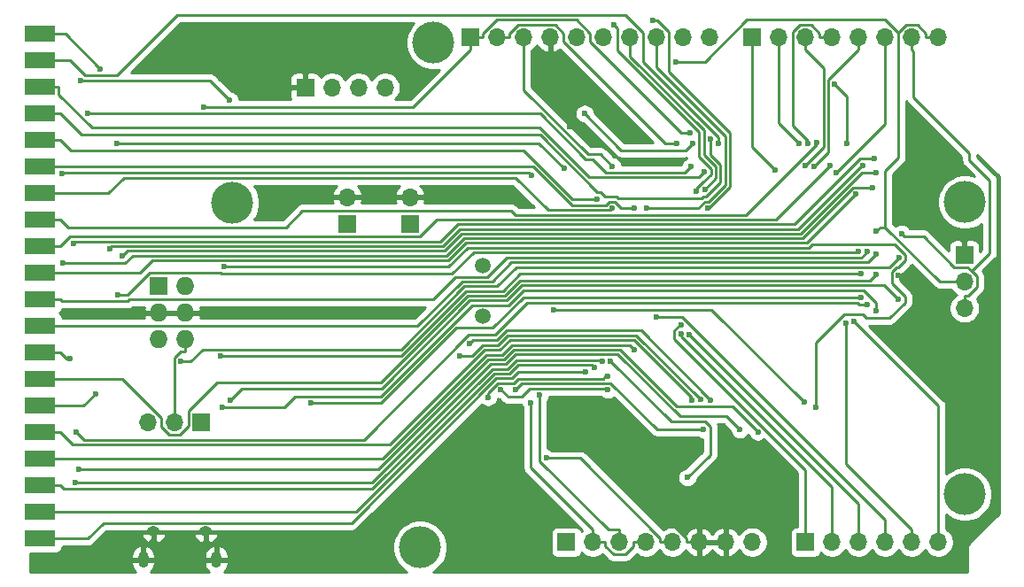
<source format=gbl>
%TF.GenerationSoftware,KiCad,Pcbnew,5.1.9+dfsg1-1~bpo10+1*%
%TF.CreationDate,2021-03-22T18:02:22+01:00*%
%TF.ProjectId,stduinof429,73746475-696e-46f6-9634-32392e6b6963,rev?*%
%TF.SameCoordinates,Original*%
%TF.FileFunction,Copper,L2,Bot*%
%TF.FilePolarity,Positive*%
%FSLAX46Y46*%
G04 Gerber Fmt 4.6, Leading zero omitted, Abs format (unit mm)*
G04 Created by KiCad (PCBNEW 5.1.9+dfsg1-1~bpo10+1) date 2021-03-22 18:02:22*
%MOMM*%
%LPD*%
G01*
G04 APERTURE LIST*
%TA.AperFunction,SMDPad,CuDef*%
%ADD10R,3.000000X1.524000*%
%TD*%
%TA.AperFunction,ComponentPad*%
%ADD11C,1.500000*%
%TD*%
%TA.AperFunction,ComponentPad*%
%ADD12O,1.000000X1.550000*%
%TD*%
%TA.AperFunction,ComponentPad*%
%ADD13O,1.250000X0.950000*%
%TD*%
%TA.AperFunction,ComponentPad*%
%ADD14O,1.727200X1.727200*%
%TD*%
%TA.AperFunction,ComponentPad*%
%ADD15R,1.727200X1.727200*%
%TD*%
%TA.AperFunction,ComponentPad*%
%ADD16O,1.700000X1.700000*%
%TD*%
%TA.AperFunction,ComponentPad*%
%ADD17R,1.700000X1.700000*%
%TD*%
%TA.AperFunction,ComponentPad*%
%ADD18C,4.000000*%
%TD*%
%TA.AperFunction,ViaPad*%
%ADD19C,0.600000*%
%TD*%
%TA.AperFunction,Conductor*%
%ADD20C,0.250000*%
%TD*%
%TA.AperFunction,Conductor*%
%ADD21C,0.254000*%
%TD*%
%TA.AperFunction,Conductor*%
%ADD22C,0.100000*%
%TD*%
G04 APERTURE END LIST*
D10*
X88646000Y-75235000D03*
X88646000Y-77775000D03*
X88646000Y-80315000D03*
X88646000Y-82855000D03*
X88646000Y-85395000D03*
X88646000Y-87935000D03*
X88646000Y-90475000D03*
X88646000Y-93015000D03*
X88646000Y-95555000D03*
X88646000Y-98095000D03*
X88646000Y-100635000D03*
X88646000Y-103175000D03*
X88646000Y-105715000D03*
X88646000Y-108255000D03*
X88646000Y-110795000D03*
X88646000Y-113335000D03*
X88646000Y-115875000D03*
X88646000Y-118415000D03*
X88646000Y-120955000D03*
X88646000Y-123495000D03*
D11*
X130998000Y-102245000D03*
X130998000Y-97365000D03*
D12*
X105497100Y-125502460D03*
X98497100Y-125502460D03*
D13*
X104497100Y-122802460D03*
X99497100Y-122802460D03*
D14*
X102538000Y-104445000D03*
X99998000Y-104445000D03*
X102538000Y-101905000D03*
X99998000Y-101905000D03*
X102538000Y-99365000D03*
D15*
X99998000Y-99365000D03*
D16*
X117998000Y-90825000D03*
D17*
X117998000Y-93365000D03*
X123998000Y-93365000D03*
D16*
X123998000Y-90825000D03*
X176998000Y-101445000D03*
X176998000Y-98905000D03*
D17*
X176998000Y-96365000D03*
X103998000Y-112365000D03*
D16*
X101458000Y-112365000D03*
X98918000Y-112365000D03*
D17*
X113998000Y-80365000D03*
D16*
X116538000Y-80365000D03*
X119078000Y-80365000D03*
X121618000Y-80365000D03*
D17*
X161798000Y-123825000D03*
D16*
X164338000Y-123825000D03*
X166878000Y-123825000D03*
X169418000Y-123825000D03*
X171958000Y-123825000D03*
X174498000Y-123825000D03*
X156718000Y-123825000D03*
X154178000Y-123825000D03*
X151638000Y-123825000D03*
X149098000Y-123825000D03*
X146558000Y-123825000D03*
X144018000Y-123825000D03*
X141478000Y-123825000D03*
D17*
X138938000Y-123825000D03*
X156718000Y-75565000D03*
D16*
X159258000Y-75565000D03*
X161798000Y-75565000D03*
X164338000Y-75565000D03*
X166878000Y-75565000D03*
X169418000Y-75565000D03*
X171958000Y-75565000D03*
X174498000Y-75565000D03*
D17*
X129794000Y-75565000D03*
D16*
X132334000Y-75565000D03*
X134874000Y-75565000D03*
X137414000Y-75565000D03*
X139954000Y-75565000D03*
X142494000Y-75565000D03*
X145034000Y-75565000D03*
X147574000Y-75565000D03*
X150114000Y-75565000D03*
X152654000Y-75565000D03*
D18*
X124968000Y-124333000D03*
X177038000Y-119253000D03*
X126238000Y-76073000D03*
X177038000Y-91313000D03*
X106998000Y-91357000D03*
D19*
X137736800Y-112365000D03*
X170682400Y-88509200D03*
X139213100Y-84060300D03*
X172876900Y-91148100D03*
X172165800Y-99638200D03*
X170684400Y-98296100D03*
X137052900Y-115799300D03*
X136400200Y-109787100D03*
X135558500Y-110475200D03*
X149392800Y-77897900D03*
X168549100Y-94115000D03*
X170991200Y-94329200D03*
X149477300Y-85660100D03*
X165628000Y-102848900D03*
X150785600Y-84663000D03*
X104255600Y-82229100D03*
X166428400Y-102729300D03*
X143502800Y-74368700D03*
X151388400Y-90302400D03*
X147245900Y-73929600D03*
X152451700Y-91899100D03*
X152188700Y-90077100D03*
X146645300Y-91899100D03*
X158901700Y-88264400D03*
X161222900Y-85677300D03*
X161748000Y-87836800D03*
X162051400Y-85670300D03*
X162601100Y-87893100D03*
X164763600Y-88475700D03*
X94392400Y-78572000D03*
X152748000Y-110224400D03*
X129714000Y-104803600D03*
X128762400Y-106036500D03*
X151748000Y-110187300D03*
X164599500Y-80050000D03*
X165747900Y-85669800D03*
X143301500Y-91899100D03*
X145450300Y-91899100D03*
X141916800Y-90998500D03*
X140760100Y-107554300D03*
X141636800Y-107129000D03*
X142384800Y-106497400D03*
X145456200Y-105422100D03*
X150899800Y-110235700D03*
X93916600Y-109653000D03*
X152056700Y-113061600D03*
X134079500Y-109264700D03*
X155543800Y-113079000D03*
X91986800Y-118101100D03*
X157248000Y-113272700D03*
X92360300Y-116900500D03*
X162821600Y-110912100D03*
X106203900Y-97512000D03*
X161669800Y-110456100D03*
X137759900Y-101605400D03*
X106750700Y-81573300D03*
X92533300Y-79714200D03*
X168540600Y-101742600D03*
X106097400Y-110940300D03*
X167694800Y-101115000D03*
X92111600Y-113335000D03*
X170679500Y-100615000D03*
X106853400Y-110287900D03*
X167124700Y-100408900D03*
X114540500Y-110533300D03*
X167138900Y-98160800D03*
X105874500Y-106032200D03*
X166884700Y-96002000D03*
X96079800Y-100160700D03*
X168556800Y-98206700D03*
X102090800Y-106567600D03*
X91530800Y-106299800D03*
X170710200Y-96615000D03*
X168534500Y-96313200D03*
X167685100Y-96012500D03*
X168212300Y-89913100D03*
X90844000Y-97139100D03*
X168544700Y-88489700D03*
X96498200Y-96492700D03*
X168401600Y-87127100D03*
X91808900Y-95294400D03*
X167248000Y-87841700D03*
X95286400Y-95761700D03*
X166632200Y-90538500D03*
X164111500Y-87843300D03*
X162876500Y-85579200D03*
X153508100Y-85680100D03*
X152161400Y-88376100D03*
X152748000Y-85283200D03*
X150836400Y-87932300D03*
X93171900Y-82855000D03*
X135642100Y-88756200D03*
X90780300Y-88572600D03*
X138737100Y-88088500D03*
X96002300Y-85660000D03*
X142899400Y-107971900D03*
X131466000Y-109968500D03*
X142927300Y-109232100D03*
X132690900Y-109240700D03*
X140694900Y-82852500D03*
X150992500Y-85667500D03*
X150515800Y-117647800D03*
X143185200Y-106497400D03*
X149900100Y-103052800D03*
X149883300Y-103870400D03*
X150683700Y-104008100D03*
X147536900Y-102280100D03*
X143348200Y-87865200D03*
D20*
X150462700Y-123825000D02*
X150462700Y-123457700D01*
X150462700Y-123457700D02*
X139370000Y-112365000D01*
X139370000Y-112365000D02*
X137736800Y-112365000D01*
X151638000Y-123825000D02*
X150462700Y-123825000D01*
X172876900Y-91148100D02*
X170682400Y-88953600D01*
X170682400Y-88953600D02*
X170682400Y-88509200D01*
X137414000Y-75565000D02*
X137414000Y-76740300D01*
X137414000Y-76740300D02*
X139213100Y-78539400D01*
X139213100Y-78539400D02*
X139213100Y-84060300D01*
X170684400Y-98296100D02*
X172026500Y-99638200D01*
X172026500Y-99638200D02*
X172165800Y-99638200D01*
X176998000Y-96365000D02*
X176998000Y-95189700D01*
X176998000Y-95189700D02*
X176918500Y-95189700D01*
X176918500Y-95189700D02*
X172876900Y-91148100D01*
X104497100Y-122802500D02*
X99497100Y-122802500D01*
X99497100Y-122802500D02*
X99497100Y-123602800D01*
X98497100Y-125502500D02*
X98497100Y-124402200D01*
X98497100Y-124402200D02*
X99296500Y-123602800D01*
X99296500Y-123602800D02*
X99497100Y-123602800D01*
X123998000Y-90825000D02*
X117998000Y-90825000D01*
X147922700Y-123825000D02*
X147922700Y-123457700D01*
X147922700Y-123457700D02*
X140264400Y-115799400D01*
X140264400Y-115799400D02*
X137052900Y-115799400D01*
X137052900Y-115799400D02*
X137052900Y-115799300D01*
X149098000Y-123825000D02*
X147922700Y-123825000D01*
X102538000Y-104445000D02*
X102538000Y-105633900D01*
X102538000Y-105633900D02*
X102052300Y-105633900D01*
X102052300Y-105633900D02*
X101458000Y-106228200D01*
X101458000Y-106228200D02*
X101458000Y-111189700D01*
X101458000Y-112365000D02*
X101458000Y-111189700D01*
X144018000Y-123825000D02*
X144018000Y-122649700D01*
X144018000Y-122649700D02*
X142989600Y-122649700D01*
X142989600Y-122649700D02*
X136400200Y-116060300D01*
X136400200Y-116060300D02*
X136400200Y-109787100D01*
X141478000Y-123825000D02*
X142653300Y-123825000D01*
X146558000Y-123825000D02*
X145382700Y-123825000D01*
X145382700Y-123825000D02*
X145382700Y-124192300D01*
X145382700Y-124192300D02*
X144574700Y-125000300D01*
X144574700Y-125000300D02*
X143461200Y-125000300D01*
X143461200Y-125000300D02*
X142653300Y-124192400D01*
X142653300Y-124192400D02*
X142653300Y-123825000D01*
X141478000Y-122649700D02*
X135558500Y-116730200D01*
X135558500Y-116730200D02*
X135558500Y-110475200D01*
X141478000Y-123825000D02*
X141478000Y-122649700D01*
X169419800Y-93719300D02*
X168944800Y-93719300D01*
X168944800Y-93719300D02*
X168549100Y-94115000D01*
X170688000Y-75144300D02*
X171442600Y-74389700D01*
X171442600Y-74389700D02*
X172514800Y-74389700D01*
X172514800Y-74389700D02*
X173322700Y-75197600D01*
X173322700Y-75197600D02*
X173322700Y-75565000D01*
X169419800Y-93719300D02*
X169419800Y-88332400D01*
X169419800Y-88332400D02*
X170688000Y-87064200D01*
X170688000Y-87064200D02*
X170688000Y-75144300D01*
X170688000Y-75144300D02*
X169428300Y-73884600D01*
X169428300Y-73884600D02*
X156198000Y-73884600D01*
X156198000Y-73884600D02*
X152184700Y-77897900D01*
X152184700Y-77897900D02*
X149392800Y-77897900D01*
X169419800Y-93719300D02*
X174605500Y-98905000D01*
X174605500Y-98905000D02*
X176998000Y-98905000D01*
X174498000Y-75565000D02*
X173322700Y-75565000D01*
X177662700Y-97907300D02*
X177295700Y-97540400D01*
X177295700Y-97540400D02*
X176013300Y-97540400D01*
X176013300Y-97540400D02*
X173087900Y-94615000D01*
X173087900Y-94615000D02*
X171277000Y-94615000D01*
X171277000Y-94615000D02*
X170991200Y-94329200D01*
X171958000Y-76740300D02*
X172110900Y-76893200D01*
X172110900Y-76893200D02*
X172110900Y-81299400D01*
X172110900Y-81299400D02*
X177468500Y-86657000D01*
X177468500Y-86657000D02*
X177468500Y-87293800D01*
X177468500Y-87293800D02*
X179407700Y-89233000D01*
X179407700Y-89233000D02*
X179407700Y-96162300D01*
X179407700Y-96162300D02*
X177662700Y-97907300D01*
X176998000Y-100269700D02*
X177363300Y-100269700D01*
X177363300Y-100269700D02*
X178179200Y-99453800D01*
X178179200Y-99453800D02*
X178179200Y-98423900D01*
X178179200Y-98423900D02*
X177662700Y-97907300D01*
X171958000Y-75565000D02*
X171958000Y-76740300D01*
X176998000Y-101445000D02*
X176998000Y-100269700D01*
X171958000Y-122649700D02*
X165628000Y-116319700D01*
X165628000Y-116319700D02*
X165628000Y-102848900D01*
X133509300Y-75565000D02*
X133509300Y-75197600D01*
X133509300Y-75197600D02*
X134317200Y-74389700D01*
X134317200Y-74389700D02*
X137901000Y-74389700D01*
X137901000Y-74389700D02*
X138684000Y-75172700D01*
X138684000Y-75172700D02*
X138684000Y-75959200D01*
X138684000Y-75959200D02*
X148384900Y-85660100D01*
X148384900Y-85660100D02*
X149477300Y-85660100D01*
X132334000Y-75565000D02*
X133509300Y-75565000D01*
X171958000Y-123825000D02*
X171958000Y-122649700D01*
X104255600Y-82229100D02*
X124305200Y-82229100D01*
X124305200Y-82229100D02*
X129794000Y-76740300D01*
X166428400Y-102729300D02*
X174498000Y-110798900D01*
X174498000Y-110798900D02*
X174498000Y-122649700D01*
X129794000Y-75565000D02*
X130969300Y-75565000D01*
X150785600Y-84663000D02*
X149883400Y-84663000D01*
X149883400Y-84663000D02*
X141224000Y-76003600D01*
X141224000Y-76003600D02*
X141224000Y-75166800D01*
X141224000Y-75166800D02*
X139946000Y-73888800D01*
X139946000Y-73888800D02*
X132278200Y-73888800D01*
X132278200Y-73888800D02*
X130969300Y-75197700D01*
X130969300Y-75197700D02*
X130969300Y-75565000D01*
X129794000Y-75565000D02*
X129794000Y-76740300D01*
X174498000Y-123825000D02*
X174498000Y-122649700D01*
X143502800Y-74368700D02*
X143858600Y-74724500D01*
X143858600Y-74724500D02*
X143858600Y-76851600D01*
X143858600Y-76851600D02*
X151644200Y-84637200D01*
X151644200Y-84637200D02*
X151644200Y-86974500D01*
X151644200Y-86974500D02*
X152786700Y-88117000D01*
X152786700Y-88117000D02*
X152786700Y-88635200D01*
X152786700Y-88635200D02*
X151970100Y-89451800D01*
X151970100Y-89451800D02*
X151929700Y-89451800D01*
X151929700Y-89451800D02*
X151388400Y-89993100D01*
X151388400Y-89993100D02*
X151388400Y-90302400D01*
X147245900Y-73929600D02*
X147661100Y-73929600D01*
X147661100Y-73929600D02*
X148749400Y-75017900D01*
X148749400Y-75017900D02*
X148749400Y-78834200D01*
X148749400Y-78834200D02*
X154612700Y-84697500D01*
X154612700Y-84697500D02*
X154612700Y-89874800D01*
X154612700Y-89874800D02*
X152588400Y-91899100D01*
X152588400Y-91899100D02*
X152451700Y-91899100D01*
X145034000Y-75565000D02*
X145034000Y-77390100D01*
X145034000Y-77390100D02*
X152094500Y-84450600D01*
X152094500Y-84450600D02*
X152094500Y-86787900D01*
X152094500Y-86787900D02*
X153237000Y-87930400D01*
X153237000Y-87930400D02*
X153237000Y-89028800D01*
X153237000Y-89028800D02*
X152188700Y-90077100D01*
X147574000Y-75565000D02*
X147574000Y-78456100D01*
X147574000Y-78456100D02*
X154153400Y-85035500D01*
X154153400Y-85035500D02*
X154153400Y-89670900D01*
X154153400Y-89670900D02*
X152550500Y-91273800D01*
X152550500Y-91273800D02*
X152192700Y-91273800D01*
X152192700Y-91273800D02*
X151567400Y-91899100D01*
X151567400Y-91899100D02*
X146645300Y-91899100D01*
X158901700Y-88264400D02*
X156718000Y-86080700D01*
X156718000Y-86080700D02*
X156718000Y-75565000D01*
X159258000Y-75565000D02*
X159258000Y-83712400D01*
X159258000Y-83712400D02*
X161222900Y-85677300D01*
X161798000Y-76740300D02*
X163521100Y-78463400D01*
X163521100Y-78463400D02*
X163521100Y-86063700D01*
X163521100Y-86063700D02*
X161748000Y-87836800D01*
X161798000Y-75565000D02*
X161798000Y-76740300D01*
X163162700Y-75565000D02*
X163162700Y-75197600D01*
X163162700Y-75197600D02*
X162354800Y-74389700D01*
X162354800Y-74389700D02*
X161282600Y-74389700D01*
X161282600Y-74389700D02*
X160617900Y-75054400D01*
X160617900Y-75054400D02*
X160617900Y-84040200D01*
X160617900Y-84040200D02*
X162051400Y-85473700D01*
X162051400Y-85473700D02*
X162051400Y-85670300D01*
X164338000Y-75565000D02*
X163162700Y-75565000D01*
X166878000Y-76740300D02*
X163974000Y-79644300D01*
X163974000Y-79644300D02*
X163974000Y-86520200D01*
X163974000Y-86520200D02*
X162601100Y-87893100D01*
X166878000Y-75565000D02*
X166878000Y-76740300D01*
X169418000Y-76740300D02*
X169418000Y-83821300D01*
X169418000Y-83821300D02*
X164763600Y-88475700D01*
X169418000Y-75565000D02*
X169418000Y-76740300D01*
X129714000Y-104803600D02*
X130051600Y-104466000D01*
X130051600Y-104466000D02*
X132322200Y-104466000D01*
X132322200Y-104466000D02*
X133224000Y-103564200D01*
X133224000Y-103564200D02*
X146087800Y-103564200D01*
X146087800Y-103564200D02*
X152748000Y-110224400D01*
X88776000Y-75235000D02*
X91055400Y-75235000D01*
X91055400Y-75235000D02*
X94392400Y-78572000D01*
X151748000Y-110187300D02*
X145631500Y-104070800D01*
X145631500Y-104070800D02*
X133354300Y-104070800D01*
X133354300Y-104070800D02*
X132412100Y-105013000D01*
X132412100Y-105013000D02*
X130939100Y-105013000D01*
X130939100Y-105013000D02*
X129915600Y-106036500D01*
X129915600Y-106036500D02*
X128762400Y-106036500D01*
X165747900Y-85669800D02*
X165747900Y-81198400D01*
X165747900Y-81198400D02*
X164599500Y-80050000D01*
X143301500Y-91899100D02*
X143126400Y-92074200D01*
X143126400Y-92074200D02*
X137217200Y-92074200D01*
X137217200Y-92074200D02*
X134107600Y-88964600D01*
X134107600Y-88964600D02*
X96680900Y-88964600D01*
X96680900Y-88964600D02*
X95170500Y-90475000D01*
X95170500Y-90475000D02*
X88776000Y-90475000D01*
X145450300Y-91899100D02*
X144185900Y-91899100D01*
X144185900Y-91899100D02*
X143560600Y-91273800D01*
X143560600Y-91273800D02*
X143042500Y-91273800D01*
X143042500Y-91273800D02*
X142692400Y-91623900D01*
X142692400Y-91623900D02*
X139479800Y-91623900D01*
X139479800Y-91623900D02*
X135790900Y-87935000D01*
X135790900Y-87935000D02*
X90601300Y-87935000D01*
X88776000Y-87935000D02*
X90601300Y-87935000D01*
X90601300Y-85395000D02*
X91560700Y-86354400D01*
X91560700Y-86354400D02*
X134847200Y-86354400D01*
X134847200Y-86354400D02*
X139491300Y-90998500D01*
X139491300Y-90998500D02*
X141916800Y-90998500D01*
X88776000Y-85395000D02*
X90601300Y-85395000D01*
X88776000Y-123495000D02*
X93198200Y-123495000D01*
X93198200Y-123495000D02*
X94691100Y-122002100D01*
X94691100Y-122002100D02*
X118408300Y-122002100D01*
X118408300Y-122002100D02*
X132245300Y-108165100D01*
X132245300Y-108165100D02*
X133718300Y-108165100D01*
X133718300Y-108165100D02*
X134329100Y-107554300D01*
X134329100Y-107554300D02*
X140760100Y-107554300D01*
X141636800Y-107129000D02*
X141405300Y-106897500D01*
X141405300Y-106897500D02*
X134349000Y-106897500D01*
X134349000Y-106897500D02*
X133531700Y-107714800D01*
X133531700Y-107714800D02*
X132058700Y-107714800D01*
X132058700Y-107714800D02*
X118818500Y-120955000D01*
X118818500Y-120955000D02*
X90601300Y-120955000D01*
X88776000Y-120955000D02*
X90601300Y-120955000D01*
X142384800Y-106497400D02*
X142334600Y-106447200D01*
X142334600Y-106447200D02*
X134162400Y-106447200D01*
X134162400Y-106447200D02*
X133345100Y-107264500D01*
X133345100Y-107264500D02*
X131872100Y-107264500D01*
X131872100Y-107264500D02*
X120410200Y-118726400D01*
X120410200Y-118726400D02*
X90912700Y-118726400D01*
X90912700Y-118726400D02*
X90601300Y-118415000D01*
X88776000Y-118415000D02*
X90601300Y-118415000D01*
X145456200Y-105422100D02*
X145005500Y-104971400D01*
X145005500Y-104971400D02*
X133727500Y-104971400D01*
X133727500Y-104971400D02*
X132785300Y-105913600D01*
X132785300Y-105913600D02*
X131312300Y-105913600D01*
X131312300Y-105913600D02*
X121350900Y-115875000D01*
X121350900Y-115875000D02*
X90601300Y-115875000D01*
X88776000Y-115875000D02*
X90601300Y-115875000D01*
X150899800Y-110235700D02*
X150899800Y-109981200D01*
X150899800Y-109981200D02*
X145439700Y-104521100D01*
X145439700Y-104521100D02*
X133540900Y-104521100D01*
X133540900Y-104521100D02*
X132598700Y-105463300D01*
X132598700Y-105463300D02*
X131125700Y-105463300D01*
X131125700Y-105463300D02*
X122089300Y-114499700D01*
X122089300Y-114499700D02*
X91766000Y-114499700D01*
X91766000Y-114499700D02*
X90601300Y-113335000D01*
X88776000Y-113335000D02*
X90601300Y-113335000D01*
X88776000Y-110795000D02*
X92774600Y-110795000D01*
X92774600Y-110795000D02*
X93916600Y-109653000D01*
X152056700Y-113061600D02*
X147641200Y-113061600D01*
X147641200Y-113061600D02*
X143186400Y-108606800D01*
X143186400Y-108606800D02*
X142668300Y-108606800D01*
X142668300Y-108606800D02*
X142594000Y-108681100D01*
X142594000Y-108681100D02*
X134663100Y-108681100D01*
X134663100Y-108681100D02*
X134079500Y-109264700D01*
X155543800Y-113079000D02*
X154280000Y-111815200D01*
X154280000Y-111815200D02*
X149795900Y-111815200D01*
X149795900Y-111815200D02*
X143852700Y-105872000D01*
X143852700Y-105872000D02*
X134100700Y-105872000D01*
X134100700Y-105872000D02*
X133158500Y-106814200D01*
X133158500Y-106814200D02*
X131685500Y-106814200D01*
X131685500Y-106814200D02*
X120398600Y-118101100D01*
X120398600Y-118101100D02*
X91986800Y-118101100D01*
X157248000Y-113272700D02*
X154836400Y-110861100D01*
X154836400Y-110861100D02*
X149519500Y-110861100D01*
X149519500Y-110861100D02*
X144080100Y-105421700D01*
X144080100Y-105421700D02*
X133914100Y-105421700D01*
X133914100Y-105421700D02*
X132971900Y-106363900D01*
X132971900Y-106363900D02*
X131498900Y-106363900D01*
X131498900Y-106363900D02*
X120962300Y-116900500D01*
X120962300Y-116900500D02*
X92360300Y-116900500D01*
X162821600Y-110912100D02*
X162821600Y-104761000D01*
X162821600Y-104761000D02*
X165500500Y-102082100D01*
X165500500Y-102082100D02*
X167300800Y-102082100D01*
X167300800Y-102082100D02*
X167593500Y-102374800D01*
X167593500Y-102374800D02*
X169855700Y-102374800D01*
X169855700Y-102374800D02*
X171314500Y-100916000D01*
X171314500Y-100916000D02*
X171314500Y-100341300D01*
X171314500Y-100341300D02*
X170058400Y-99085200D01*
X170058400Y-99085200D02*
X170058400Y-98010900D01*
X170058400Y-98010900D02*
X170533900Y-97535400D01*
X170533900Y-97535400D02*
X170677300Y-97535400D01*
X170677300Y-97535400D02*
X171377500Y-96835200D01*
X171377500Y-96835200D02*
X171377500Y-96390900D01*
X171377500Y-96390900D02*
X170343800Y-95357200D01*
X170343800Y-95357200D02*
X162450400Y-95357200D01*
X162450400Y-95357200D02*
X162131000Y-95676600D01*
X162131000Y-95676600D02*
X129518600Y-95676600D01*
X129518600Y-95676600D02*
X127683200Y-97512000D01*
X127683200Y-97512000D02*
X106203900Y-97512000D01*
X92533300Y-79714200D02*
X104891600Y-79714200D01*
X104891600Y-79714200D02*
X106750700Y-81573300D01*
X137759900Y-101605400D02*
X152819100Y-101605400D01*
X152819100Y-101605400D02*
X161669800Y-110456100D01*
X168540600Y-101742600D02*
X168540600Y-100940400D01*
X168540600Y-100940400D02*
X167365300Y-99765100D01*
X167365300Y-99765100D02*
X134832300Y-99765100D01*
X134832300Y-99765100D02*
X133427700Y-101169700D01*
X133427700Y-101169700D02*
X129915700Y-101169700D01*
X129915700Y-101169700D02*
X121183300Y-109902100D01*
X121183300Y-109902100D02*
X113011600Y-109902100D01*
X113011600Y-109902100D02*
X111973400Y-110940300D01*
X111973400Y-110940300D02*
X106097400Y-110940300D01*
X92111600Y-113335000D02*
X92825900Y-114049300D01*
X92825900Y-114049300D02*
X119583700Y-114049300D01*
X119583700Y-114049300D02*
X129617400Y-104015600D01*
X129617400Y-104015600D02*
X132135700Y-104015600D01*
X132135700Y-104015600D02*
X135213800Y-100937500D01*
X135213800Y-100937500D02*
X166769000Y-100937500D01*
X166769000Y-100937500D02*
X166946500Y-101115000D01*
X166946500Y-101115000D02*
X167694800Y-101115000D01*
X170679500Y-100615000D02*
X169300900Y-99236400D01*
X169300900Y-99236400D02*
X134724100Y-99236400D01*
X134724100Y-99236400D02*
X133241100Y-100719400D01*
X133241100Y-100719400D02*
X129729100Y-100719400D01*
X129729100Y-100719400D02*
X121266000Y-109182500D01*
X121266000Y-109182500D02*
X107958800Y-109182500D01*
X107958800Y-109182500D02*
X106853400Y-110287900D01*
X167124700Y-100408900D02*
X134825400Y-100408900D01*
X134825400Y-100408900D02*
X131914000Y-103320300D01*
X131914000Y-103320300D02*
X128402000Y-103320300D01*
X128402000Y-103320300D02*
X121189000Y-110533300D01*
X121189000Y-110533300D02*
X114540500Y-110533300D01*
X105874500Y-106032200D02*
X123142500Y-106032200D01*
X123142500Y-106032200D02*
X129355900Y-99818800D01*
X129355900Y-99818800D02*
X132867900Y-99818800D01*
X132867900Y-99818800D02*
X134525900Y-98160800D01*
X134525900Y-98160800D02*
X167138900Y-98160800D01*
X96079800Y-100160700D02*
X97015000Y-100160700D01*
X97015000Y-100160700D02*
X99080900Y-98094800D01*
X99080900Y-98094800D02*
X105902400Y-98094800D01*
X105902400Y-98094800D02*
X105986800Y-98179200D01*
X105986800Y-98179200D02*
X128026200Y-98179200D01*
X128026200Y-98179200D02*
X130078500Y-96126900D01*
X130078500Y-96126900D02*
X166759800Y-96126900D01*
X166759800Y-96126900D02*
X166884700Y-96002000D01*
X168556800Y-98206700D02*
X167977400Y-98786100D01*
X167977400Y-98786100D02*
X134537500Y-98786100D01*
X134537500Y-98786100D02*
X133054500Y-100269100D01*
X133054500Y-100269100D02*
X129542500Y-100269100D01*
X129542500Y-100269100D02*
X121260400Y-108551200D01*
X121260400Y-108551200D02*
X105571100Y-108551200D01*
X105571100Y-108551200D02*
X102822600Y-111299700D01*
X102822600Y-111299700D02*
X102822600Y-112727500D01*
X102822600Y-112727500D02*
X102003400Y-113546700D01*
X102003400Y-113546700D02*
X100970400Y-113546700D01*
X100970400Y-113546700D02*
X100188000Y-112764300D01*
X100188000Y-112764300D02*
X100188000Y-111970800D01*
X100188000Y-111970800D02*
X96472200Y-108255000D01*
X96472200Y-108255000D02*
X88776000Y-108255000D01*
X102090800Y-106567600D02*
X103001500Y-106567600D01*
X103001500Y-106567600D02*
X104181200Y-105387900D01*
X104181200Y-105387900D02*
X123149900Y-105387900D01*
X123149900Y-105387900D02*
X129169300Y-99368500D01*
X129169300Y-99368500D02*
X132324500Y-99368500D01*
X132324500Y-99368500D02*
X134157600Y-97535400D01*
X134157600Y-97535400D02*
X169789800Y-97535400D01*
X169789800Y-97535400D02*
X170710200Y-96615000D01*
X88776000Y-105715000D02*
X90601300Y-105715000D01*
X90601300Y-105715000D02*
X91186100Y-106299800D01*
X91186100Y-106299800D02*
X91530800Y-106299800D01*
X88776000Y-103175000D02*
X124725900Y-103175000D01*
X124725900Y-103175000D02*
X128982700Y-98918200D01*
X128982700Y-98918200D02*
X131857800Y-98918200D01*
X131857800Y-98918200D02*
X133690900Y-97085100D01*
X133690900Y-97085100D02*
X167762600Y-97085100D01*
X167762600Y-97085100D02*
X168534500Y-96313200D01*
X167685100Y-96012500D02*
X167685100Y-96096000D01*
X167685100Y-96096000D02*
X167146400Y-96634700D01*
X167146400Y-96634700D02*
X133249200Y-96634700D01*
X133249200Y-96634700D02*
X131416100Y-98467800D01*
X131416100Y-98467800D02*
X128374500Y-98467800D01*
X128374500Y-98467800D02*
X126207300Y-100635000D01*
X126207300Y-100635000D02*
X97177600Y-100635000D01*
X97177600Y-100635000D02*
X97021600Y-100791000D01*
X97021600Y-100791000D02*
X90757300Y-100791000D01*
X90757300Y-100791000D02*
X90601300Y-100635000D01*
X88776000Y-100635000D02*
X90601300Y-100635000D01*
X168212300Y-89913100D02*
X166373100Y-89913100D01*
X166373100Y-89913100D02*
X161510200Y-94776000D01*
X161510200Y-94776000D02*
X129145400Y-94776000D01*
X129145400Y-94776000D02*
X127486800Y-96434600D01*
X127486800Y-96434600D02*
X97493200Y-96434600D01*
X97493200Y-96434600D02*
X96788700Y-97139100D01*
X96788700Y-97139100D02*
X90844000Y-97139100D01*
X96498200Y-96492700D02*
X97006600Y-95984300D01*
X97006600Y-95984300D02*
X127300200Y-95984300D01*
X127300200Y-95984300D02*
X128958800Y-94325700D01*
X128958800Y-94325700D02*
X161323600Y-94325700D01*
X161323600Y-94325700D02*
X167159600Y-88489700D01*
X167159600Y-88489700D02*
X168544700Y-88489700D01*
X91808900Y-95294400D02*
X92019600Y-95083700D01*
X92019600Y-95083700D02*
X126927000Y-95083700D01*
X126927000Y-95083700D02*
X128585600Y-93425100D01*
X128585600Y-93425100D02*
X160765500Y-93425100D01*
X160765500Y-93425100D02*
X167063500Y-87127100D01*
X167063500Y-87127100D02*
X168401600Y-87127100D01*
X95286400Y-95761700D02*
X95514100Y-95534000D01*
X95514100Y-95534000D02*
X127113600Y-95534000D01*
X127113600Y-95534000D02*
X128772200Y-93875400D01*
X128772200Y-93875400D02*
X161136900Y-93875400D01*
X161136900Y-93875400D02*
X167170600Y-87841700D01*
X167170600Y-87841700D02*
X167248000Y-87841700D01*
X166632200Y-90538500D02*
X161944400Y-95226300D01*
X161944400Y-95226300D02*
X129332000Y-95226300D01*
X129332000Y-95226300D02*
X127673400Y-96884900D01*
X127673400Y-96884900D02*
X99375300Y-96884900D01*
X99375300Y-96884900D02*
X98165200Y-98095000D01*
X98165200Y-98095000D02*
X90601300Y-98095000D01*
X88776000Y-98095000D02*
X90601300Y-98095000D01*
X90601300Y-95555000D02*
X91522900Y-94633400D01*
X91522900Y-94633400D02*
X124922600Y-94633400D01*
X124922600Y-94633400D02*
X126581200Y-92974800D01*
X126581200Y-92974800D02*
X158980000Y-92974800D01*
X158980000Y-92974800D02*
X164111500Y-87843300D01*
X88776000Y-95555000D02*
X90601300Y-95555000D01*
X90601300Y-93015000D02*
X91323900Y-93737600D01*
X91323900Y-93737600D02*
X112138300Y-93737600D01*
X112138300Y-93737600D02*
X113722100Y-92153800D01*
X113722100Y-92153800D02*
X133676700Y-92153800D01*
X133676700Y-92153800D02*
X134047400Y-92524500D01*
X134047400Y-92524500D02*
X156096200Y-92524500D01*
X156096200Y-92524500D02*
X162876500Y-85744200D01*
X162876500Y-85744200D02*
X162876500Y-85579200D01*
X88776000Y-93015000D02*
X90601300Y-93015000D01*
X153508100Y-85680100D02*
X153508100Y-85120300D01*
X153508100Y-85120300D02*
X146292700Y-77904900D01*
X146292700Y-77904900D02*
X146292700Y-75149900D01*
X146292700Y-75149900D02*
X144581200Y-73438400D01*
X144581200Y-73438400D02*
X101786700Y-73438400D01*
X101786700Y-73438400D02*
X96005400Y-79219700D01*
X96005400Y-79219700D02*
X92923200Y-79219700D01*
X92923200Y-79219700D02*
X91478500Y-77775000D01*
X91478500Y-77775000D02*
X90601300Y-77775000D01*
X88776000Y-77775000D02*
X90601300Y-77775000D01*
X90414700Y-80315000D02*
X90414700Y-81015800D01*
X90414700Y-81015800D02*
X93593900Y-84195000D01*
X93593900Y-84195000D02*
X136378700Y-84195000D01*
X136378700Y-84195000D02*
X141124500Y-88940800D01*
X141124500Y-88940800D02*
X142555100Y-88940800D01*
X142555100Y-88940800D02*
X142555100Y-88940900D01*
X142555100Y-88940900D02*
X151596600Y-88940900D01*
X151596600Y-88940900D02*
X152161400Y-88376100D01*
X88776000Y-80315000D02*
X90414700Y-80315000D01*
X152748000Y-85283200D02*
X152748000Y-86804500D01*
X152748000Y-86804500D02*
X153687300Y-87743800D01*
X153687300Y-87743800D02*
X153687300Y-89463000D01*
X153687300Y-89463000D02*
X152326800Y-90823500D01*
X152326800Y-90823500D02*
X152006100Y-90823500D01*
X152006100Y-90823500D02*
X151877700Y-90951900D01*
X151877700Y-90951900D02*
X143875600Y-90951900D01*
X143875600Y-90951900D02*
X143739000Y-90815300D01*
X143739000Y-90815300D02*
X142617900Y-90815300D01*
X142617900Y-90815300D02*
X142617900Y-90815200D01*
X142617900Y-90815200D02*
X142175900Y-90373200D01*
X142175900Y-90373200D02*
X141920000Y-90373200D01*
X141920000Y-90373200D02*
X136422500Y-84875700D01*
X136422500Y-84875700D02*
X92622000Y-84875700D01*
X92622000Y-84875700D02*
X90601300Y-82855000D01*
X88776000Y-82855000D02*
X90601300Y-82855000D01*
X93171900Y-82855000D02*
X136469200Y-82855000D01*
X136469200Y-82855000D02*
X140799400Y-87185200D01*
X140799400Y-87185200D02*
X141436400Y-87185200D01*
X141436400Y-87185200D02*
X142741800Y-88490600D01*
X142741800Y-88490600D02*
X150278100Y-88490600D01*
X150278100Y-88490600D02*
X150836400Y-87932300D01*
X135642100Y-88756200D02*
X135400100Y-88514200D01*
X135400100Y-88514200D02*
X90838700Y-88514200D01*
X90838700Y-88514200D02*
X90780300Y-88572600D01*
X96002300Y-85660000D02*
X136308600Y-85660000D01*
X136308600Y-85660000D02*
X138737100Y-88088500D01*
X142899400Y-107971900D02*
X142666300Y-107971900D01*
X142666300Y-107971900D02*
X142446200Y-108192000D01*
X142446200Y-108192000D02*
X134328300Y-108192000D01*
X134328300Y-108192000D02*
X133904900Y-108615400D01*
X133904900Y-108615400D02*
X132431900Y-108615400D01*
X132431900Y-108615400D02*
X131466000Y-109581300D01*
X131466000Y-109581300D02*
X131466000Y-109968500D01*
X132690900Y-109240700D02*
X133408500Y-109958300D01*
X133408500Y-109958300D02*
X134654800Y-109958300D01*
X134654800Y-109958300D02*
X135464100Y-109149000D01*
X135464100Y-109149000D02*
X142844200Y-109149000D01*
X142844200Y-109149000D02*
X142927300Y-109232100D01*
X150992500Y-85667500D02*
X150321400Y-86338600D01*
X150321400Y-86338600D02*
X144181000Y-86338600D01*
X144181000Y-86338600D02*
X140694900Y-82852500D01*
X150515800Y-117647800D02*
X152688300Y-115475300D01*
X152688300Y-115475300D02*
X152688300Y-112785400D01*
X152688300Y-112785400D02*
X152168400Y-112265500D01*
X152168400Y-112265500D02*
X148953300Y-112265500D01*
X148953300Y-112265500D02*
X143185200Y-106497400D01*
X161798000Y-122649700D02*
X161798000Y-116919000D01*
X161798000Y-116919000D02*
X149258000Y-104379000D01*
X149258000Y-104379000D02*
X149258000Y-103597400D01*
X149258000Y-103597400D02*
X149802600Y-103052800D01*
X149802600Y-103052800D02*
X149900100Y-103052800D01*
X161798000Y-123825000D02*
X161798000Y-122649700D01*
X164338000Y-122649700D02*
X164338000Y-118593900D01*
X164338000Y-118593900D02*
X149883300Y-104139200D01*
X149883300Y-104139200D02*
X149883300Y-103870400D01*
X164338000Y-123825000D02*
X164338000Y-122649700D01*
X150683700Y-104008100D02*
X166878000Y-120202400D01*
X166878000Y-120202400D02*
X166878000Y-122649700D01*
X166878000Y-123825000D02*
X166878000Y-122649700D01*
X169418000Y-123825000D02*
X169418000Y-121681500D01*
X169418000Y-121681500D02*
X150016600Y-102280100D01*
X150016600Y-102280100D02*
X147536900Y-102280100D01*
X143348200Y-87865200D02*
X142217800Y-86734800D01*
X142217800Y-86734800D02*
X141003300Y-86734800D01*
X141003300Y-86734800D02*
X134874000Y-80605500D01*
X134874000Y-80605500D02*
X134874000Y-76740300D01*
X134874000Y-75565000D02*
X134874000Y-76740300D01*
D21*
X180288000Y-88834606D02*
X180288001Y-121070908D01*
X177520617Y-123838292D01*
X177493525Y-123860526D01*
X177404800Y-123968638D01*
X177338872Y-124091981D01*
X177298273Y-124225817D01*
X177291484Y-124294754D01*
X177284565Y-124365000D01*
X177288000Y-124399875D01*
X177288001Y-126655000D01*
X126235757Y-126655000D01*
X126647715Y-126379738D01*
X127014738Y-126012715D01*
X127303107Y-125581141D01*
X127501739Y-125101601D01*
X127603000Y-124592525D01*
X127603000Y-124073475D01*
X127501739Y-123564399D01*
X127303107Y-123084859D01*
X127014738Y-122653285D01*
X126647715Y-122286262D01*
X126216141Y-121997893D01*
X125736601Y-121799261D01*
X125227525Y-121698000D01*
X124708475Y-121698000D01*
X124199399Y-121799261D01*
X123719859Y-121997893D01*
X123288285Y-122286262D01*
X122921262Y-122653285D01*
X122632893Y-123084859D01*
X122434261Y-123564399D01*
X122333000Y-124073475D01*
X122333000Y-124592525D01*
X122434261Y-125101601D01*
X122632893Y-125581141D01*
X122921262Y-126012715D01*
X123288285Y-126379738D01*
X123700243Y-126655000D01*
X106225091Y-126655000D01*
X106370261Y-126513629D01*
X106497103Y-126329138D01*
X106585515Y-126123447D01*
X106632100Y-125904460D01*
X106632100Y-125629460D01*
X105624100Y-125629460D01*
X105624100Y-125649460D01*
X105370100Y-125649460D01*
X105370100Y-125629460D01*
X104362100Y-125629460D01*
X104362100Y-125904460D01*
X104408685Y-126123447D01*
X104497097Y-126329138D01*
X104623939Y-126513629D01*
X104769109Y-126655000D01*
X99225091Y-126655000D01*
X99370261Y-126513629D01*
X99497103Y-126329138D01*
X99585515Y-126123447D01*
X99632100Y-125904460D01*
X99632100Y-125629460D01*
X98624100Y-125629460D01*
X98624100Y-125649460D01*
X98370100Y-125649460D01*
X98370100Y-125629460D01*
X97362100Y-125629460D01*
X97362100Y-125904460D01*
X97408685Y-126123447D01*
X97497097Y-126329138D01*
X97623939Y-126513629D01*
X97769109Y-126655000D01*
X87708000Y-126655000D01*
X87708000Y-125100460D01*
X97362100Y-125100460D01*
X97362100Y-125375460D01*
X98370100Y-125375460D01*
X98370100Y-124259506D01*
X98624100Y-124259506D01*
X98624100Y-125375460D01*
X99632100Y-125375460D01*
X99632100Y-125100460D01*
X104362100Y-125100460D01*
X104362100Y-125375460D01*
X105370100Y-125375460D01*
X105370100Y-124259506D01*
X105624100Y-124259506D01*
X105624100Y-125375460D01*
X106632100Y-125375460D01*
X106632100Y-125100460D01*
X106585515Y-124881473D01*
X106497103Y-124675782D01*
X106370261Y-124491291D01*
X106209864Y-124335091D01*
X106022076Y-124213184D01*
X105798974Y-124133341D01*
X105624100Y-124259506D01*
X105370100Y-124259506D01*
X105195226Y-124133341D01*
X104972124Y-124213184D01*
X104784336Y-124335091D01*
X104623939Y-124491291D01*
X104497097Y-124675782D01*
X104408685Y-124881473D01*
X104362100Y-125100460D01*
X99632100Y-125100460D01*
X99585515Y-124881473D01*
X99497103Y-124675782D01*
X99370261Y-124491291D01*
X99209864Y-124335091D01*
X99022076Y-124213184D01*
X98798974Y-124133341D01*
X98624100Y-124259506D01*
X98370100Y-124259506D01*
X98195226Y-124133341D01*
X97972124Y-124213184D01*
X97784336Y-124335091D01*
X97623939Y-124491291D01*
X97497097Y-124675782D01*
X97408685Y-124881473D01*
X97362100Y-125100460D01*
X87708000Y-125100460D01*
X87708000Y-124895072D01*
X90146000Y-124895072D01*
X90270482Y-124882812D01*
X90390180Y-124846502D01*
X90500494Y-124787537D01*
X90597185Y-124708185D01*
X90676537Y-124611494D01*
X90735502Y-124501180D01*
X90771812Y-124381482D01*
X90784072Y-124257000D01*
X90784072Y-124255000D01*
X93160878Y-124255000D01*
X93198200Y-124258676D01*
X93235522Y-124255000D01*
X93235533Y-124255000D01*
X93347186Y-124244003D01*
X93490447Y-124200546D01*
X93622476Y-124129974D01*
X93738201Y-124035001D01*
X93762003Y-124005998D01*
X94667604Y-123100398D01*
X98277832Y-123100398D01*
X98347497Y-123288610D01*
X98461547Y-123474282D01*
X98609629Y-123634136D01*
X98786051Y-123762029D01*
X98984034Y-123853046D01*
X99195969Y-123903690D01*
X99370100Y-123755024D01*
X99370100Y-122929460D01*
X99624100Y-122929460D01*
X99624100Y-123755024D01*
X99798231Y-123903690D01*
X100010166Y-123853046D01*
X100208149Y-123762029D01*
X100384571Y-123634136D01*
X100532653Y-123474282D01*
X100646703Y-123288610D01*
X100716368Y-123100398D01*
X103277832Y-123100398D01*
X103347497Y-123288610D01*
X103461547Y-123474282D01*
X103609629Y-123634136D01*
X103786051Y-123762029D01*
X103984034Y-123853046D01*
X104195969Y-123903690D01*
X104370100Y-123755024D01*
X104370100Y-122929460D01*
X104624100Y-122929460D01*
X104624100Y-123755024D01*
X104798231Y-123903690D01*
X105010166Y-123853046D01*
X105208149Y-123762029D01*
X105384571Y-123634136D01*
X105532653Y-123474282D01*
X105646703Y-123288610D01*
X105716368Y-123100398D01*
X105589834Y-122929460D01*
X104624100Y-122929460D01*
X104370100Y-122929460D01*
X103404366Y-122929460D01*
X103277832Y-123100398D01*
X100716368Y-123100398D01*
X100589834Y-122929460D01*
X99624100Y-122929460D01*
X99370100Y-122929460D01*
X98404366Y-122929460D01*
X98277832Y-123100398D01*
X94667604Y-123100398D01*
X95005903Y-122762100D01*
X118370978Y-122762100D01*
X118408300Y-122765776D01*
X118445622Y-122762100D01*
X118445633Y-122762100D01*
X118557286Y-122751103D01*
X118700547Y-122707646D01*
X118832576Y-122637074D01*
X118948301Y-122542101D01*
X118972104Y-122513097D01*
X130830206Y-110654996D01*
X130869972Y-110694762D01*
X131023111Y-110797086D01*
X131193271Y-110867568D01*
X131373911Y-110903500D01*
X131558089Y-110903500D01*
X131738729Y-110867568D01*
X131908889Y-110797086D01*
X132062028Y-110694762D01*
X132192262Y-110564528D01*
X132294586Y-110411389D01*
X132365068Y-110241229D01*
X132387756Y-110127170D01*
X132418171Y-110139768D01*
X132539251Y-110163853D01*
X132844701Y-110469302D01*
X132868499Y-110498301D01*
X132984224Y-110593274D01*
X133116253Y-110663846D01*
X133259514Y-110707303D01*
X133371167Y-110718300D01*
X133371175Y-110718300D01*
X133408500Y-110721976D01*
X133445825Y-110718300D01*
X134617478Y-110718300D01*
X134654259Y-110721923D01*
X134659432Y-110747929D01*
X134729914Y-110918089D01*
X134798501Y-111020737D01*
X134798500Y-116692877D01*
X134794824Y-116730200D01*
X134798500Y-116767522D01*
X134798500Y-116767532D01*
X134809497Y-116879185D01*
X134852954Y-117022446D01*
X134923526Y-117154476D01*
X134954934Y-117192746D01*
X135018499Y-117270201D01*
X135047503Y-117294004D01*
X140478196Y-122724697D01*
X140399513Y-122803380D01*
X140377502Y-122730820D01*
X140318537Y-122620506D01*
X140239185Y-122523815D01*
X140142494Y-122444463D01*
X140032180Y-122385498D01*
X139912482Y-122349188D01*
X139788000Y-122336928D01*
X138088000Y-122336928D01*
X137963518Y-122349188D01*
X137843820Y-122385498D01*
X137733506Y-122444463D01*
X137636815Y-122523815D01*
X137557463Y-122620506D01*
X137498498Y-122730820D01*
X137462188Y-122850518D01*
X137449928Y-122975000D01*
X137449928Y-124675000D01*
X137462188Y-124799482D01*
X137498498Y-124919180D01*
X137557463Y-125029494D01*
X137636815Y-125126185D01*
X137733506Y-125205537D01*
X137843820Y-125264502D01*
X137963518Y-125300812D01*
X138088000Y-125313072D01*
X139788000Y-125313072D01*
X139912482Y-125300812D01*
X140032180Y-125264502D01*
X140142494Y-125205537D01*
X140239185Y-125126185D01*
X140318537Y-125029494D01*
X140377502Y-124919180D01*
X140399513Y-124846620D01*
X140531368Y-124978475D01*
X140774589Y-125140990D01*
X141044842Y-125252932D01*
X141331740Y-125310000D01*
X141624260Y-125310000D01*
X141911158Y-125252932D01*
X142181411Y-125140990D01*
X142388630Y-125002531D01*
X142897401Y-125511302D01*
X142921199Y-125540301D01*
X142950197Y-125564099D01*
X143036923Y-125635274D01*
X143168953Y-125705846D01*
X143312214Y-125749303D01*
X143423867Y-125760300D01*
X143423876Y-125760300D01*
X143461199Y-125763976D01*
X143498522Y-125760300D01*
X144537378Y-125760300D01*
X144574700Y-125763976D01*
X144612022Y-125760300D01*
X144612033Y-125760300D01*
X144723686Y-125749303D01*
X144866947Y-125705846D01*
X144998976Y-125635274D01*
X145114701Y-125540301D01*
X145138503Y-125511298D01*
X145647311Y-125002491D01*
X145854589Y-125140990D01*
X146124842Y-125252932D01*
X146411740Y-125310000D01*
X146704260Y-125310000D01*
X146991158Y-125252932D01*
X147261411Y-125140990D01*
X147504632Y-124978475D01*
X147711475Y-124771632D01*
X147828000Y-124597240D01*
X147944525Y-124771632D01*
X148151368Y-124978475D01*
X148394589Y-125140990D01*
X148664842Y-125252932D01*
X148951740Y-125310000D01*
X149244260Y-125310000D01*
X149531158Y-125252932D01*
X149801411Y-125140990D01*
X150044632Y-124978475D01*
X150251475Y-124771632D01*
X150373195Y-124589466D01*
X150442822Y-124706355D01*
X150637731Y-124922588D01*
X150871080Y-125096641D01*
X151133901Y-125221825D01*
X151281110Y-125266476D01*
X151511000Y-125145155D01*
X151511000Y-123952000D01*
X151765000Y-123952000D01*
X151765000Y-125145155D01*
X151994890Y-125266476D01*
X152142099Y-125221825D01*
X152404920Y-125096641D01*
X152638269Y-124922588D01*
X152833178Y-124706355D01*
X152908000Y-124580745D01*
X152982822Y-124706355D01*
X153177731Y-124922588D01*
X153411080Y-125096641D01*
X153673901Y-125221825D01*
X153821110Y-125266476D01*
X154051000Y-125145155D01*
X154051000Y-123952000D01*
X151765000Y-123952000D01*
X151511000Y-123952000D01*
X151491000Y-123952000D01*
X151491000Y-123698000D01*
X151511000Y-123698000D01*
X151511000Y-122504845D01*
X151765000Y-122504845D01*
X151765000Y-123698000D01*
X154051000Y-123698000D01*
X154051000Y-122504845D01*
X154305000Y-122504845D01*
X154305000Y-123698000D01*
X154325000Y-123698000D01*
X154325000Y-123952000D01*
X154305000Y-123952000D01*
X154305000Y-125145155D01*
X154534890Y-125266476D01*
X154682099Y-125221825D01*
X154944920Y-125096641D01*
X155178269Y-124922588D01*
X155373178Y-124706355D01*
X155442805Y-124589466D01*
X155564525Y-124771632D01*
X155771368Y-124978475D01*
X156014589Y-125140990D01*
X156284842Y-125252932D01*
X156571740Y-125310000D01*
X156864260Y-125310000D01*
X157151158Y-125252932D01*
X157421411Y-125140990D01*
X157664632Y-124978475D01*
X157871475Y-124771632D01*
X158033990Y-124528411D01*
X158145932Y-124258158D01*
X158203000Y-123971260D01*
X158203000Y-123678740D01*
X158145932Y-123391842D01*
X158033990Y-123121589D01*
X157871475Y-122878368D01*
X157664632Y-122671525D01*
X157421411Y-122509010D01*
X157151158Y-122397068D01*
X156864260Y-122340000D01*
X156571740Y-122340000D01*
X156284842Y-122397068D01*
X156014589Y-122509010D01*
X155771368Y-122671525D01*
X155564525Y-122878368D01*
X155442805Y-123060534D01*
X155373178Y-122943645D01*
X155178269Y-122727412D01*
X154944920Y-122553359D01*
X154682099Y-122428175D01*
X154534890Y-122383524D01*
X154305000Y-122504845D01*
X154051000Y-122504845D01*
X153821110Y-122383524D01*
X153673901Y-122428175D01*
X153411080Y-122553359D01*
X153177731Y-122727412D01*
X152982822Y-122943645D01*
X152908000Y-123069255D01*
X152833178Y-122943645D01*
X152638269Y-122727412D01*
X152404920Y-122553359D01*
X152142099Y-122428175D01*
X151994890Y-122383524D01*
X151765000Y-122504845D01*
X151511000Y-122504845D01*
X151281110Y-122383524D01*
X151133901Y-122428175D01*
X150871080Y-122553359D01*
X150637731Y-122727412D01*
X150442822Y-122943645D01*
X150373195Y-123060534D01*
X150251475Y-122878368D01*
X150044632Y-122671525D01*
X149801411Y-122509010D01*
X149531158Y-122397068D01*
X149244260Y-122340000D01*
X148951740Y-122340000D01*
X148664842Y-122397068D01*
X148394589Y-122509010D01*
X148187311Y-122647509D01*
X140828204Y-115288403D01*
X140804401Y-115259399D01*
X140688676Y-115164426D01*
X140556647Y-115093854D01*
X140413386Y-115050397D01*
X140301733Y-115039400D01*
X140301722Y-115039400D01*
X140264400Y-115035724D01*
X140227078Y-115039400D01*
X137598585Y-115039400D01*
X137495789Y-114970714D01*
X137325629Y-114900232D01*
X137160200Y-114867326D01*
X137160200Y-110332635D01*
X137228786Y-110229989D01*
X137299268Y-110059829D01*
X137329270Y-109909000D01*
X142281910Y-109909000D01*
X142331272Y-109958362D01*
X142484411Y-110060686D01*
X142654571Y-110131168D01*
X142835211Y-110167100D01*
X143019389Y-110167100D01*
X143200029Y-110131168D01*
X143370189Y-110060686D01*
X143487260Y-109982462D01*
X147077401Y-113572603D01*
X147101199Y-113601601D01*
X147130197Y-113625399D01*
X147216924Y-113696574D01*
X147348953Y-113767146D01*
X147492214Y-113810603D01*
X147641200Y-113825277D01*
X147678533Y-113821600D01*
X151511165Y-113821600D01*
X151613811Y-113890186D01*
X151783971Y-113960668D01*
X151928301Y-113989377D01*
X151928300Y-115160498D01*
X150364152Y-116724647D01*
X150243071Y-116748732D01*
X150072911Y-116819214D01*
X149919772Y-116921538D01*
X149789538Y-117051772D01*
X149687214Y-117204911D01*
X149616732Y-117375071D01*
X149580800Y-117555711D01*
X149580800Y-117739889D01*
X149616732Y-117920529D01*
X149687214Y-118090689D01*
X149789538Y-118243828D01*
X149919772Y-118374062D01*
X150072911Y-118476386D01*
X150243071Y-118546868D01*
X150423711Y-118582800D01*
X150607889Y-118582800D01*
X150788529Y-118546868D01*
X150958689Y-118476386D01*
X151111828Y-118374062D01*
X151242062Y-118243828D01*
X151344386Y-118090689D01*
X151414868Y-117920529D01*
X151438953Y-117799448D01*
X153199304Y-116039098D01*
X153228301Y-116015301D01*
X153283218Y-115948385D01*
X153323274Y-115899577D01*
X153393846Y-115767547D01*
X153406444Y-115726015D01*
X153437303Y-115624286D01*
X153448300Y-115512633D01*
X153448300Y-115512623D01*
X153451976Y-115475300D01*
X153448300Y-115437977D01*
X153448300Y-112822725D01*
X153451976Y-112785400D01*
X153448300Y-112748075D01*
X153448300Y-112748067D01*
X153437303Y-112636414D01*
X153418734Y-112575200D01*
X153965199Y-112575200D01*
X154620647Y-113230649D01*
X154644732Y-113351729D01*
X154715214Y-113521889D01*
X154817538Y-113675028D01*
X154947772Y-113805262D01*
X155100911Y-113907586D01*
X155271071Y-113978068D01*
X155451711Y-114014000D01*
X155635889Y-114014000D01*
X155816529Y-113978068D01*
X155986689Y-113907586D01*
X156139828Y-113805262D01*
X156270062Y-113675028D01*
X156351888Y-113552566D01*
X156419414Y-113715589D01*
X156521738Y-113868728D01*
X156651972Y-113998962D01*
X156805111Y-114101286D01*
X156975271Y-114171768D01*
X157155911Y-114207700D01*
X157340089Y-114207700D01*
X157520729Y-114171768D01*
X157690889Y-114101286D01*
X157819530Y-114015331D01*
X161038001Y-117233803D01*
X161038000Y-122336928D01*
X160948000Y-122336928D01*
X160823518Y-122349188D01*
X160703820Y-122385498D01*
X160593506Y-122444463D01*
X160496815Y-122523815D01*
X160417463Y-122620506D01*
X160358498Y-122730820D01*
X160322188Y-122850518D01*
X160309928Y-122975000D01*
X160309928Y-124675000D01*
X160322188Y-124799482D01*
X160358498Y-124919180D01*
X160417463Y-125029494D01*
X160496815Y-125126185D01*
X160593506Y-125205537D01*
X160703820Y-125264502D01*
X160823518Y-125300812D01*
X160948000Y-125313072D01*
X162648000Y-125313072D01*
X162772482Y-125300812D01*
X162892180Y-125264502D01*
X163002494Y-125205537D01*
X163099185Y-125126185D01*
X163178537Y-125029494D01*
X163237502Y-124919180D01*
X163259513Y-124846620D01*
X163391368Y-124978475D01*
X163634589Y-125140990D01*
X163904842Y-125252932D01*
X164191740Y-125310000D01*
X164484260Y-125310000D01*
X164771158Y-125252932D01*
X165041411Y-125140990D01*
X165284632Y-124978475D01*
X165491475Y-124771632D01*
X165608000Y-124597240D01*
X165724525Y-124771632D01*
X165931368Y-124978475D01*
X166174589Y-125140990D01*
X166444842Y-125252932D01*
X166731740Y-125310000D01*
X167024260Y-125310000D01*
X167311158Y-125252932D01*
X167581411Y-125140990D01*
X167824632Y-124978475D01*
X168031475Y-124771632D01*
X168148000Y-124597240D01*
X168264525Y-124771632D01*
X168471368Y-124978475D01*
X168714589Y-125140990D01*
X168984842Y-125252932D01*
X169271740Y-125310000D01*
X169564260Y-125310000D01*
X169851158Y-125252932D01*
X170121411Y-125140990D01*
X170364632Y-124978475D01*
X170571475Y-124771632D01*
X170688000Y-124597240D01*
X170804525Y-124771632D01*
X171011368Y-124978475D01*
X171254589Y-125140990D01*
X171524842Y-125252932D01*
X171811740Y-125310000D01*
X172104260Y-125310000D01*
X172391158Y-125252932D01*
X172661411Y-125140990D01*
X172904632Y-124978475D01*
X173111475Y-124771632D01*
X173228000Y-124597240D01*
X173344525Y-124771632D01*
X173551368Y-124978475D01*
X173794589Y-125140990D01*
X174064842Y-125252932D01*
X174351740Y-125310000D01*
X174644260Y-125310000D01*
X174931158Y-125252932D01*
X175201411Y-125140990D01*
X175444632Y-124978475D01*
X175651475Y-124771632D01*
X175813990Y-124528411D01*
X175925932Y-124258158D01*
X175983000Y-123971260D01*
X175983000Y-123678740D01*
X175925932Y-123391842D01*
X175813990Y-123121589D01*
X175651475Y-122878368D01*
X175444632Y-122671525D01*
X175258000Y-122546822D01*
X175258000Y-121199453D01*
X175358285Y-121299738D01*
X175789859Y-121588107D01*
X176269399Y-121786739D01*
X176778475Y-121888000D01*
X177297525Y-121888000D01*
X177806601Y-121786739D01*
X178286141Y-121588107D01*
X178717715Y-121299738D01*
X179084738Y-120932715D01*
X179373107Y-120501141D01*
X179571739Y-120021601D01*
X179673000Y-119512525D01*
X179673000Y-118993475D01*
X179571739Y-118484399D01*
X179373107Y-118004859D01*
X179084738Y-117573285D01*
X178717715Y-117206262D01*
X178286141Y-116917893D01*
X177806601Y-116719261D01*
X177297525Y-116618000D01*
X176778475Y-116618000D01*
X176269399Y-116719261D01*
X175789859Y-116917893D01*
X175358285Y-117206262D01*
X175258000Y-117306547D01*
X175258000Y-110836225D01*
X175261676Y-110798900D01*
X175258000Y-110761575D01*
X175258000Y-110761567D01*
X175247003Y-110649914D01*
X175203546Y-110506653D01*
X175132974Y-110374624D01*
X175038001Y-110258899D01*
X175009004Y-110235102D01*
X167908701Y-103134800D01*
X169818378Y-103134800D01*
X169855700Y-103138476D01*
X169893022Y-103134800D01*
X169893033Y-103134800D01*
X170004686Y-103123803D01*
X170147947Y-103080346D01*
X170279976Y-103009774D01*
X170395701Y-102914801D01*
X170419504Y-102885797D01*
X171825504Y-101479798D01*
X171854501Y-101456001D01*
X171949474Y-101340276D01*
X172020046Y-101208247D01*
X172063503Y-101064986D01*
X172074500Y-100953333D01*
X172074500Y-100953325D01*
X172078176Y-100916000D01*
X172074500Y-100878675D01*
X172074500Y-100378625D01*
X172078176Y-100341300D01*
X172074500Y-100303975D01*
X172074500Y-100303967D01*
X172063503Y-100192314D01*
X172020046Y-100049053D01*
X171949474Y-99917024D01*
X171854501Y-99801299D01*
X171825503Y-99777501D01*
X170818400Y-98770399D01*
X170818400Y-98325701D01*
X170874246Y-98269855D01*
X170969547Y-98240946D01*
X171101576Y-98170374D01*
X171217301Y-98075401D01*
X171241103Y-98046398D01*
X171888504Y-97398998D01*
X171917501Y-97375201D01*
X171955093Y-97329395D01*
X174041701Y-99416003D01*
X174065499Y-99445001D01*
X174181224Y-99539974D01*
X174313253Y-99610546D01*
X174456514Y-99654003D01*
X174568167Y-99665000D01*
X174568176Y-99665000D01*
X174605499Y-99668676D01*
X174642822Y-99665000D01*
X175719822Y-99665000D01*
X175844525Y-99851632D01*
X176051368Y-100058475D01*
X176225760Y-100175000D01*
X176051368Y-100291525D01*
X175844525Y-100498368D01*
X175682010Y-100741589D01*
X175570068Y-101011842D01*
X175513000Y-101298740D01*
X175513000Y-101591260D01*
X175570068Y-101878158D01*
X175682010Y-102148411D01*
X175844525Y-102391632D01*
X176051368Y-102598475D01*
X176294589Y-102760990D01*
X176564842Y-102872932D01*
X176851740Y-102930000D01*
X177144260Y-102930000D01*
X177431158Y-102872932D01*
X177701411Y-102760990D01*
X177944632Y-102598475D01*
X178151475Y-102391632D01*
X178313990Y-102148411D01*
X178425932Y-101878158D01*
X178483000Y-101591260D01*
X178483000Y-101298740D01*
X178425932Y-101011842D01*
X178313990Y-100741589D01*
X178174690Y-100533111D01*
X178690204Y-100017598D01*
X178719201Y-99993801D01*
X178814174Y-99878076D01*
X178884746Y-99746047D01*
X178928203Y-99602786D01*
X178939200Y-99491133D01*
X178939200Y-99491123D01*
X178942876Y-99453800D01*
X178939200Y-99416477D01*
X178939200Y-98461260D01*
X178942876Y-98423973D01*
X178939200Y-98386612D01*
X178939200Y-98386567D01*
X178934671Y-98340586D01*
X178928217Y-98274986D01*
X178928207Y-98274952D01*
X178928203Y-98274914D01*
X178905312Y-98199450D01*
X178884774Y-98131721D01*
X178884757Y-98131689D01*
X178884746Y-98131653D01*
X178849594Y-98065889D01*
X178814215Y-97999685D01*
X178814191Y-97999656D01*
X178814174Y-97999624D01*
X178770013Y-97945814D01*
X178743049Y-97912951D01*
X178743017Y-97912919D01*
X178737998Y-97906803D01*
X179918703Y-96726099D01*
X179947701Y-96702301D01*
X180042674Y-96586576D01*
X180113246Y-96454547D01*
X180156703Y-96311286D01*
X180167700Y-96199633D01*
X180167700Y-96199625D01*
X180171376Y-96162300D01*
X180167700Y-96124975D01*
X180167700Y-89270323D01*
X180171376Y-89233000D01*
X180167700Y-89195677D01*
X180167700Y-89195667D01*
X180156703Y-89084014D01*
X180113246Y-88940753D01*
X180094235Y-88905186D01*
X180042674Y-88808723D01*
X179971499Y-88721997D01*
X179947701Y-88692999D01*
X179918704Y-88669202D01*
X178228500Y-86978999D01*
X178228500Y-86775106D01*
X180288000Y-88834606D01*
%TA.AperFunction,Conductor*%
D22*
G36*
X180288000Y-88834606D02*
G01*
X180288001Y-121070908D01*
X177520617Y-123838292D01*
X177493525Y-123860526D01*
X177404800Y-123968638D01*
X177338872Y-124091981D01*
X177298273Y-124225817D01*
X177291484Y-124294754D01*
X177284565Y-124365000D01*
X177288000Y-124399875D01*
X177288001Y-126655000D01*
X126235757Y-126655000D01*
X126647715Y-126379738D01*
X127014738Y-126012715D01*
X127303107Y-125581141D01*
X127501739Y-125101601D01*
X127603000Y-124592525D01*
X127603000Y-124073475D01*
X127501739Y-123564399D01*
X127303107Y-123084859D01*
X127014738Y-122653285D01*
X126647715Y-122286262D01*
X126216141Y-121997893D01*
X125736601Y-121799261D01*
X125227525Y-121698000D01*
X124708475Y-121698000D01*
X124199399Y-121799261D01*
X123719859Y-121997893D01*
X123288285Y-122286262D01*
X122921262Y-122653285D01*
X122632893Y-123084859D01*
X122434261Y-123564399D01*
X122333000Y-124073475D01*
X122333000Y-124592525D01*
X122434261Y-125101601D01*
X122632893Y-125581141D01*
X122921262Y-126012715D01*
X123288285Y-126379738D01*
X123700243Y-126655000D01*
X106225091Y-126655000D01*
X106370261Y-126513629D01*
X106497103Y-126329138D01*
X106585515Y-126123447D01*
X106632100Y-125904460D01*
X106632100Y-125629460D01*
X105624100Y-125629460D01*
X105624100Y-125649460D01*
X105370100Y-125649460D01*
X105370100Y-125629460D01*
X104362100Y-125629460D01*
X104362100Y-125904460D01*
X104408685Y-126123447D01*
X104497097Y-126329138D01*
X104623939Y-126513629D01*
X104769109Y-126655000D01*
X99225091Y-126655000D01*
X99370261Y-126513629D01*
X99497103Y-126329138D01*
X99585515Y-126123447D01*
X99632100Y-125904460D01*
X99632100Y-125629460D01*
X98624100Y-125629460D01*
X98624100Y-125649460D01*
X98370100Y-125649460D01*
X98370100Y-125629460D01*
X97362100Y-125629460D01*
X97362100Y-125904460D01*
X97408685Y-126123447D01*
X97497097Y-126329138D01*
X97623939Y-126513629D01*
X97769109Y-126655000D01*
X87708000Y-126655000D01*
X87708000Y-125100460D01*
X97362100Y-125100460D01*
X97362100Y-125375460D01*
X98370100Y-125375460D01*
X98370100Y-124259506D01*
X98624100Y-124259506D01*
X98624100Y-125375460D01*
X99632100Y-125375460D01*
X99632100Y-125100460D01*
X104362100Y-125100460D01*
X104362100Y-125375460D01*
X105370100Y-125375460D01*
X105370100Y-124259506D01*
X105624100Y-124259506D01*
X105624100Y-125375460D01*
X106632100Y-125375460D01*
X106632100Y-125100460D01*
X106585515Y-124881473D01*
X106497103Y-124675782D01*
X106370261Y-124491291D01*
X106209864Y-124335091D01*
X106022076Y-124213184D01*
X105798974Y-124133341D01*
X105624100Y-124259506D01*
X105370100Y-124259506D01*
X105195226Y-124133341D01*
X104972124Y-124213184D01*
X104784336Y-124335091D01*
X104623939Y-124491291D01*
X104497097Y-124675782D01*
X104408685Y-124881473D01*
X104362100Y-125100460D01*
X99632100Y-125100460D01*
X99585515Y-124881473D01*
X99497103Y-124675782D01*
X99370261Y-124491291D01*
X99209864Y-124335091D01*
X99022076Y-124213184D01*
X98798974Y-124133341D01*
X98624100Y-124259506D01*
X98370100Y-124259506D01*
X98195226Y-124133341D01*
X97972124Y-124213184D01*
X97784336Y-124335091D01*
X97623939Y-124491291D01*
X97497097Y-124675782D01*
X97408685Y-124881473D01*
X97362100Y-125100460D01*
X87708000Y-125100460D01*
X87708000Y-124895072D01*
X90146000Y-124895072D01*
X90270482Y-124882812D01*
X90390180Y-124846502D01*
X90500494Y-124787537D01*
X90597185Y-124708185D01*
X90676537Y-124611494D01*
X90735502Y-124501180D01*
X90771812Y-124381482D01*
X90784072Y-124257000D01*
X90784072Y-124255000D01*
X93160878Y-124255000D01*
X93198200Y-124258676D01*
X93235522Y-124255000D01*
X93235533Y-124255000D01*
X93347186Y-124244003D01*
X93490447Y-124200546D01*
X93622476Y-124129974D01*
X93738201Y-124035001D01*
X93762003Y-124005998D01*
X94667604Y-123100398D01*
X98277832Y-123100398D01*
X98347497Y-123288610D01*
X98461547Y-123474282D01*
X98609629Y-123634136D01*
X98786051Y-123762029D01*
X98984034Y-123853046D01*
X99195969Y-123903690D01*
X99370100Y-123755024D01*
X99370100Y-122929460D01*
X99624100Y-122929460D01*
X99624100Y-123755024D01*
X99798231Y-123903690D01*
X100010166Y-123853046D01*
X100208149Y-123762029D01*
X100384571Y-123634136D01*
X100532653Y-123474282D01*
X100646703Y-123288610D01*
X100716368Y-123100398D01*
X103277832Y-123100398D01*
X103347497Y-123288610D01*
X103461547Y-123474282D01*
X103609629Y-123634136D01*
X103786051Y-123762029D01*
X103984034Y-123853046D01*
X104195969Y-123903690D01*
X104370100Y-123755024D01*
X104370100Y-122929460D01*
X104624100Y-122929460D01*
X104624100Y-123755024D01*
X104798231Y-123903690D01*
X105010166Y-123853046D01*
X105208149Y-123762029D01*
X105384571Y-123634136D01*
X105532653Y-123474282D01*
X105646703Y-123288610D01*
X105716368Y-123100398D01*
X105589834Y-122929460D01*
X104624100Y-122929460D01*
X104370100Y-122929460D01*
X103404366Y-122929460D01*
X103277832Y-123100398D01*
X100716368Y-123100398D01*
X100589834Y-122929460D01*
X99624100Y-122929460D01*
X99370100Y-122929460D01*
X98404366Y-122929460D01*
X98277832Y-123100398D01*
X94667604Y-123100398D01*
X95005903Y-122762100D01*
X118370978Y-122762100D01*
X118408300Y-122765776D01*
X118445622Y-122762100D01*
X118445633Y-122762100D01*
X118557286Y-122751103D01*
X118700547Y-122707646D01*
X118832576Y-122637074D01*
X118948301Y-122542101D01*
X118972104Y-122513097D01*
X130830206Y-110654996D01*
X130869972Y-110694762D01*
X131023111Y-110797086D01*
X131193271Y-110867568D01*
X131373911Y-110903500D01*
X131558089Y-110903500D01*
X131738729Y-110867568D01*
X131908889Y-110797086D01*
X132062028Y-110694762D01*
X132192262Y-110564528D01*
X132294586Y-110411389D01*
X132365068Y-110241229D01*
X132387756Y-110127170D01*
X132418171Y-110139768D01*
X132539251Y-110163853D01*
X132844701Y-110469302D01*
X132868499Y-110498301D01*
X132984224Y-110593274D01*
X133116253Y-110663846D01*
X133259514Y-110707303D01*
X133371167Y-110718300D01*
X133371175Y-110718300D01*
X133408500Y-110721976D01*
X133445825Y-110718300D01*
X134617478Y-110718300D01*
X134654259Y-110721923D01*
X134659432Y-110747929D01*
X134729914Y-110918089D01*
X134798501Y-111020737D01*
X134798500Y-116692877D01*
X134794824Y-116730200D01*
X134798500Y-116767522D01*
X134798500Y-116767532D01*
X134809497Y-116879185D01*
X134852954Y-117022446D01*
X134923526Y-117154476D01*
X134954934Y-117192746D01*
X135018499Y-117270201D01*
X135047503Y-117294004D01*
X140478196Y-122724697D01*
X140399513Y-122803380D01*
X140377502Y-122730820D01*
X140318537Y-122620506D01*
X140239185Y-122523815D01*
X140142494Y-122444463D01*
X140032180Y-122385498D01*
X139912482Y-122349188D01*
X139788000Y-122336928D01*
X138088000Y-122336928D01*
X137963518Y-122349188D01*
X137843820Y-122385498D01*
X137733506Y-122444463D01*
X137636815Y-122523815D01*
X137557463Y-122620506D01*
X137498498Y-122730820D01*
X137462188Y-122850518D01*
X137449928Y-122975000D01*
X137449928Y-124675000D01*
X137462188Y-124799482D01*
X137498498Y-124919180D01*
X137557463Y-125029494D01*
X137636815Y-125126185D01*
X137733506Y-125205537D01*
X137843820Y-125264502D01*
X137963518Y-125300812D01*
X138088000Y-125313072D01*
X139788000Y-125313072D01*
X139912482Y-125300812D01*
X140032180Y-125264502D01*
X140142494Y-125205537D01*
X140239185Y-125126185D01*
X140318537Y-125029494D01*
X140377502Y-124919180D01*
X140399513Y-124846620D01*
X140531368Y-124978475D01*
X140774589Y-125140990D01*
X141044842Y-125252932D01*
X141331740Y-125310000D01*
X141624260Y-125310000D01*
X141911158Y-125252932D01*
X142181411Y-125140990D01*
X142388630Y-125002531D01*
X142897401Y-125511302D01*
X142921199Y-125540301D01*
X142950197Y-125564099D01*
X143036923Y-125635274D01*
X143168953Y-125705846D01*
X143312214Y-125749303D01*
X143423867Y-125760300D01*
X143423876Y-125760300D01*
X143461199Y-125763976D01*
X143498522Y-125760300D01*
X144537378Y-125760300D01*
X144574700Y-125763976D01*
X144612022Y-125760300D01*
X144612033Y-125760300D01*
X144723686Y-125749303D01*
X144866947Y-125705846D01*
X144998976Y-125635274D01*
X145114701Y-125540301D01*
X145138503Y-125511298D01*
X145647311Y-125002491D01*
X145854589Y-125140990D01*
X146124842Y-125252932D01*
X146411740Y-125310000D01*
X146704260Y-125310000D01*
X146991158Y-125252932D01*
X147261411Y-125140990D01*
X147504632Y-124978475D01*
X147711475Y-124771632D01*
X147828000Y-124597240D01*
X147944525Y-124771632D01*
X148151368Y-124978475D01*
X148394589Y-125140990D01*
X148664842Y-125252932D01*
X148951740Y-125310000D01*
X149244260Y-125310000D01*
X149531158Y-125252932D01*
X149801411Y-125140990D01*
X150044632Y-124978475D01*
X150251475Y-124771632D01*
X150373195Y-124589466D01*
X150442822Y-124706355D01*
X150637731Y-124922588D01*
X150871080Y-125096641D01*
X151133901Y-125221825D01*
X151281110Y-125266476D01*
X151511000Y-125145155D01*
X151511000Y-123952000D01*
X151765000Y-123952000D01*
X151765000Y-125145155D01*
X151994890Y-125266476D01*
X152142099Y-125221825D01*
X152404920Y-125096641D01*
X152638269Y-124922588D01*
X152833178Y-124706355D01*
X152908000Y-124580745D01*
X152982822Y-124706355D01*
X153177731Y-124922588D01*
X153411080Y-125096641D01*
X153673901Y-125221825D01*
X153821110Y-125266476D01*
X154051000Y-125145155D01*
X154051000Y-123952000D01*
X151765000Y-123952000D01*
X151511000Y-123952000D01*
X151491000Y-123952000D01*
X151491000Y-123698000D01*
X151511000Y-123698000D01*
X151511000Y-122504845D01*
X151765000Y-122504845D01*
X151765000Y-123698000D01*
X154051000Y-123698000D01*
X154051000Y-122504845D01*
X154305000Y-122504845D01*
X154305000Y-123698000D01*
X154325000Y-123698000D01*
X154325000Y-123952000D01*
X154305000Y-123952000D01*
X154305000Y-125145155D01*
X154534890Y-125266476D01*
X154682099Y-125221825D01*
X154944920Y-125096641D01*
X155178269Y-124922588D01*
X155373178Y-124706355D01*
X155442805Y-124589466D01*
X155564525Y-124771632D01*
X155771368Y-124978475D01*
X156014589Y-125140990D01*
X156284842Y-125252932D01*
X156571740Y-125310000D01*
X156864260Y-125310000D01*
X157151158Y-125252932D01*
X157421411Y-125140990D01*
X157664632Y-124978475D01*
X157871475Y-124771632D01*
X158033990Y-124528411D01*
X158145932Y-124258158D01*
X158203000Y-123971260D01*
X158203000Y-123678740D01*
X158145932Y-123391842D01*
X158033990Y-123121589D01*
X157871475Y-122878368D01*
X157664632Y-122671525D01*
X157421411Y-122509010D01*
X157151158Y-122397068D01*
X156864260Y-122340000D01*
X156571740Y-122340000D01*
X156284842Y-122397068D01*
X156014589Y-122509010D01*
X155771368Y-122671525D01*
X155564525Y-122878368D01*
X155442805Y-123060534D01*
X155373178Y-122943645D01*
X155178269Y-122727412D01*
X154944920Y-122553359D01*
X154682099Y-122428175D01*
X154534890Y-122383524D01*
X154305000Y-122504845D01*
X154051000Y-122504845D01*
X153821110Y-122383524D01*
X153673901Y-122428175D01*
X153411080Y-122553359D01*
X153177731Y-122727412D01*
X152982822Y-122943645D01*
X152908000Y-123069255D01*
X152833178Y-122943645D01*
X152638269Y-122727412D01*
X152404920Y-122553359D01*
X152142099Y-122428175D01*
X151994890Y-122383524D01*
X151765000Y-122504845D01*
X151511000Y-122504845D01*
X151281110Y-122383524D01*
X151133901Y-122428175D01*
X150871080Y-122553359D01*
X150637731Y-122727412D01*
X150442822Y-122943645D01*
X150373195Y-123060534D01*
X150251475Y-122878368D01*
X150044632Y-122671525D01*
X149801411Y-122509010D01*
X149531158Y-122397068D01*
X149244260Y-122340000D01*
X148951740Y-122340000D01*
X148664842Y-122397068D01*
X148394589Y-122509010D01*
X148187311Y-122647509D01*
X140828204Y-115288403D01*
X140804401Y-115259399D01*
X140688676Y-115164426D01*
X140556647Y-115093854D01*
X140413386Y-115050397D01*
X140301733Y-115039400D01*
X140301722Y-115039400D01*
X140264400Y-115035724D01*
X140227078Y-115039400D01*
X137598585Y-115039400D01*
X137495789Y-114970714D01*
X137325629Y-114900232D01*
X137160200Y-114867326D01*
X137160200Y-110332635D01*
X137228786Y-110229989D01*
X137299268Y-110059829D01*
X137329270Y-109909000D01*
X142281910Y-109909000D01*
X142331272Y-109958362D01*
X142484411Y-110060686D01*
X142654571Y-110131168D01*
X142835211Y-110167100D01*
X143019389Y-110167100D01*
X143200029Y-110131168D01*
X143370189Y-110060686D01*
X143487260Y-109982462D01*
X147077401Y-113572603D01*
X147101199Y-113601601D01*
X147130197Y-113625399D01*
X147216924Y-113696574D01*
X147348953Y-113767146D01*
X147492214Y-113810603D01*
X147641200Y-113825277D01*
X147678533Y-113821600D01*
X151511165Y-113821600D01*
X151613811Y-113890186D01*
X151783971Y-113960668D01*
X151928301Y-113989377D01*
X151928300Y-115160498D01*
X150364152Y-116724647D01*
X150243071Y-116748732D01*
X150072911Y-116819214D01*
X149919772Y-116921538D01*
X149789538Y-117051772D01*
X149687214Y-117204911D01*
X149616732Y-117375071D01*
X149580800Y-117555711D01*
X149580800Y-117739889D01*
X149616732Y-117920529D01*
X149687214Y-118090689D01*
X149789538Y-118243828D01*
X149919772Y-118374062D01*
X150072911Y-118476386D01*
X150243071Y-118546868D01*
X150423711Y-118582800D01*
X150607889Y-118582800D01*
X150788529Y-118546868D01*
X150958689Y-118476386D01*
X151111828Y-118374062D01*
X151242062Y-118243828D01*
X151344386Y-118090689D01*
X151414868Y-117920529D01*
X151438953Y-117799448D01*
X153199304Y-116039098D01*
X153228301Y-116015301D01*
X153283218Y-115948385D01*
X153323274Y-115899577D01*
X153393846Y-115767547D01*
X153406444Y-115726015D01*
X153437303Y-115624286D01*
X153448300Y-115512633D01*
X153448300Y-115512623D01*
X153451976Y-115475300D01*
X153448300Y-115437977D01*
X153448300Y-112822725D01*
X153451976Y-112785400D01*
X153448300Y-112748075D01*
X153448300Y-112748067D01*
X153437303Y-112636414D01*
X153418734Y-112575200D01*
X153965199Y-112575200D01*
X154620647Y-113230649D01*
X154644732Y-113351729D01*
X154715214Y-113521889D01*
X154817538Y-113675028D01*
X154947772Y-113805262D01*
X155100911Y-113907586D01*
X155271071Y-113978068D01*
X155451711Y-114014000D01*
X155635889Y-114014000D01*
X155816529Y-113978068D01*
X155986689Y-113907586D01*
X156139828Y-113805262D01*
X156270062Y-113675028D01*
X156351888Y-113552566D01*
X156419414Y-113715589D01*
X156521738Y-113868728D01*
X156651972Y-113998962D01*
X156805111Y-114101286D01*
X156975271Y-114171768D01*
X157155911Y-114207700D01*
X157340089Y-114207700D01*
X157520729Y-114171768D01*
X157690889Y-114101286D01*
X157819530Y-114015331D01*
X161038001Y-117233803D01*
X161038000Y-122336928D01*
X160948000Y-122336928D01*
X160823518Y-122349188D01*
X160703820Y-122385498D01*
X160593506Y-122444463D01*
X160496815Y-122523815D01*
X160417463Y-122620506D01*
X160358498Y-122730820D01*
X160322188Y-122850518D01*
X160309928Y-122975000D01*
X160309928Y-124675000D01*
X160322188Y-124799482D01*
X160358498Y-124919180D01*
X160417463Y-125029494D01*
X160496815Y-125126185D01*
X160593506Y-125205537D01*
X160703820Y-125264502D01*
X160823518Y-125300812D01*
X160948000Y-125313072D01*
X162648000Y-125313072D01*
X162772482Y-125300812D01*
X162892180Y-125264502D01*
X163002494Y-125205537D01*
X163099185Y-125126185D01*
X163178537Y-125029494D01*
X163237502Y-124919180D01*
X163259513Y-124846620D01*
X163391368Y-124978475D01*
X163634589Y-125140990D01*
X163904842Y-125252932D01*
X164191740Y-125310000D01*
X164484260Y-125310000D01*
X164771158Y-125252932D01*
X165041411Y-125140990D01*
X165284632Y-124978475D01*
X165491475Y-124771632D01*
X165608000Y-124597240D01*
X165724525Y-124771632D01*
X165931368Y-124978475D01*
X166174589Y-125140990D01*
X166444842Y-125252932D01*
X166731740Y-125310000D01*
X167024260Y-125310000D01*
X167311158Y-125252932D01*
X167581411Y-125140990D01*
X167824632Y-124978475D01*
X168031475Y-124771632D01*
X168148000Y-124597240D01*
X168264525Y-124771632D01*
X168471368Y-124978475D01*
X168714589Y-125140990D01*
X168984842Y-125252932D01*
X169271740Y-125310000D01*
X169564260Y-125310000D01*
X169851158Y-125252932D01*
X170121411Y-125140990D01*
X170364632Y-124978475D01*
X170571475Y-124771632D01*
X170688000Y-124597240D01*
X170804525Y-124771632D01*
X171011368Y-124978475D01*
X171254589Y-125140990D01*
X171524842Y-125252932D01*
X171811740Y-125310000D01*
X172104260Y-125310000D01*
X172391158Y-125252932D01*
X172661411Y-125140990D01*
X172904632Y-124978475D01*
X173111475Y-124771632D01*
X173228000Y-124597240D01*
X173344525Y-124771632D01*
X173551368Y-124978475D01*
X173794589Y-125140990D01*
X174064842Y-125252932D01*
X174351740Y-125310000D01*
X174644260Y-125310000D01*
X174931158Y-125252932D01*
X175201411Y-125140990D01*
X175444632Y-124978475D01*
X175651475Y-124771632D01*
X175813990Y-124528411D01*
X175925932Y-124258158D01*
X175983000Y-123971260D01*
X175983000Y-123678740D01*
X175925932Y-123391842D01*
X175813990Y-123121589D01*
X175651475Y-122878368D01*
X175444632Y-122671525D01*
X175258000Y-122546822D01*
X175258000Y-121199453D01*
X175358285Y-121299738D01*
X175789859Y-121588107D01*
X176269399Y-121786739D01*
X176778475Y-121888000D01*
X177297525Y-121888000D01*
X177806601Y-121786739D01*
X178286141Y-121588107D01*
X178717715Y-121299738D01*
X179084738Y-120932715D01*
X179373107Y-120501141D01*
X179571739Y-120021601D01*
X179673000Y-119512525D01*
X179673000Y-118993475D01*
X179571739Y-118484399D01*
X179373107Y-118004859D01*
X179084738Y-117573285D01*
X178717715Y-117206262D01*
X178286141Y-116917893D01*
X177806601Y-116719261D01*
X177297525Y-116618000D01*
X176778475Y-116618000D01*
X176269399Y-116719261D01*
X175789859Y-116917893D01*
X175358285Y-117206262D01*
X175258000Y-117306547D01*
X175258000Y-110836225D01*
X175261676Y-110798900D01*
X175258000Y-110761575D01*
X175258000Y-110761567D01*
X175247003Y-110649914D01*
X175203546Y-110506653D01*
X175132974Y-110374624D01*
X175038001Y-110258899D01*
X175009004Y-110235102D01*
X167908701Y-103134800D01*
X169818378Y-103134800D01*
X169855700Y-103138476D01*
X169893022Y-103134800D01*
X169893033Y-103134800D01*
X170004686Y-103123803D01*
X170147947Y-103080346D01*
X170279976Y-103009774D01*
X170395701Y-102914801D01*
X170419504Y-102885797D01*
X171825504Y-101479798D01*
X171854501Y-101456001D01*
X171949474Y-101340276D01*
X172020046Y-101208247D01*
X172063503Y-101064986D01*
X172074500Y-100953333D01*
X172074500Y-100953325D01*
X172078176Y-100916000D01*
X172074500Y-100878675D01*
X172074500Y-100378625D01*
X172078176Y-100341300D01*
X172074500Y-100303975D01*
X172074500Y-100303967D01*
X172063503Y-100192314D01*
X172020046Y-100049053D01*
X171949474Y-99917024D01*
X171854501Y-99801299D01*
X171825503Y-99777501D01*
X170818400Y-98770399D01*
X170818400Y-98325701D01*
X170874246Y-98269855D01*
X170969547Y-98240946D01*
X171101576Y-98170374D01*
X171217301Y-98075401D01*
X171241103Y-98046398D01*
X171888504Y-97398998D01*
X171917501Y-97375201D01*
X171955093Y-97329395D01*
X174041701Y-99416003D01*
X174065499Y-99445001D01*
X174181224Y-99539974D01*
X174313253Y-99610546D01*
X174456514Y-99654003D01*
X174568167Y-99665000D01*
X174568176Y-99665000D01*
X174605499Y-99668676D01*
X174642822Y-99665000D01*
X175719822Y-99665000D01*
X175844525Y-99851632D01*
X176051368Y-100058475D01*
X176225760Y-100175000D01*
X176051368Y-100291525D01*
X175844525Y-100498368D01*
X175682010Y-100741589D01*
X175570068Y-101011842D01*
X175513000Y-101298740D01*
X175513000Y-101591260D01*
X175570068Y-101878158D01*
X175682010Y-102148411D01*
X175844525Y-102391632D01*
X176051368Y-102598475D01*
X176294589Y-102760990D01*
X176564842Y-102872932D01*
X176851740Y-102930000D01*
X177144260Y-102930000D01*
X177431158Y-102872932D01*
X177701411Y-102760990D01*
X177944632Y-102598475D01*
X178151475Y-102391632D01*
X178313990Y-102148411D01*
X178425932Y-101878158D01*
X178483000Y-101591260D01*
X178483000Y-101298740D01*
X178425932Y-101011842D01*
X178313990Y-100741589D01*
X178174690Y-100533111D01*
X178690204Y-100017598D01*
X178719201Y-99993801D01*
X178814174Y-99878076D01*
X178884746Y-99746047D01*
X178928203Y-99602786D01*
X178939200Y-99491133D01*
X178939200Y-99491123D01*
X178942876Y-99453800D01*
X178939200Y-99416477D01*
X178939200Y-98461260D01*
X178942876Y-98423973D01*
X178939200Y-98386612D01*
X178939200Y-98386567D01*
X178934671Y-98340586D01*
X178928217Y-98274986D01*
X178928207Y-98274952D01*
X178928203Y-98274914D01*
X178905312Y-98199450D01*
X178884774Y-98131721D01*
X178884757Y-98131689D01*
X178884746Y-98131653D01*
X178849594Y-98065889D01*
X178814215Y-97999685D01*
X178814191Y-97999656D01*
X178814174Y-97999624D01*
X178770013Y-97945814D01*
X178743049Y-97912951D01*
X178743017Y-97912919D01*
X178737998Y-97906803D01*
X179918703Y-96726099D01*
X179947701Y-96702301D01*
X180042674Y-96586576D01*
X180113246Y-96454547D01*
X180156703Y-96311286D01*
X180167700Y-96199633D01*
X180167700Y-96199625D01*
X180171376Y-96162300D01*
X180167700Y-96124975D01*
X180167700Y-89270323D01*
X180171376Y-89233000D01*
X180167700Y-89195677D01*
X180167700Y-89195667D01*
X180156703Y-89084014D01*
X180113246Y-88940753D01*
X180094235Y-88905186D01*
X180042674Y-88808723D01*
X179971499Y-88721997D01*
X179947701Y-88692999D01*
X179918704Y-88669202D01*
X178228500Y-86978999D01*
X178228500Y-86775106D01*
X180288000Y-88834606D01*
G37*
%TD.AperFunction*%
D21*
X98588778Y-101395186D02*
X98543042Y-101545974D01*
X98664183Y-101778000D01*
X99871000Y-101778000D01*
X99871000Y-101758000D01*
X100125000Y-101758000D01*
X100125000Y-101778000D01*
X102411000Y-101778000D01*
X102411000Y-101758000D01*
X102665000Y-101758000D01*
X102665000Y-101778000D01*
X103871817Y-101778000D01*
X103992958Y-101545974D01*
X103947222Y-101395186D01*
X103947133Y-101395000D01*
X125431099Y-101395000D01*
X124411099Y-102415000D01*
X103947133Y-102415000D01*
X103947222Y-102414814D01*
X103992958Y-102264026D01*
X103871817Y-102032000D01*
X102665000Y-102032000D01*
X102665000Y-102052000D01*
X102411000Y-102052000D01*
X102411000Y-102032000D01*
X100125000Y-102032000D01*
X100125000Y-102052000D01*
X99871000Y-102052000D01*
X99871000Y-102032000D01*
X98664183Y-102032000D01*
X98543042Y-102264026D01*
X98588778Y-102414814D01*
X98588867Y-102415000D01*
X90784072Y-102415000D01*
X90784072Y-102413000D01*
X90771812Y-102288518D01*
X90735502Y-102168820D01*
X90676537Y-102058506D01*
X90597185Y-101961815D01*
X90527956Y-101905000D01*
X90597185Y-101848185D01*
X90676537Y-101751494D01*
X90735502Y-101641180D01*
X90761880Y-101554225D01*
X90794622Y-101551000D01*
X96984278Y-101551000D01*
X97021600Y-101554676D01*
X97058922Y-101551000D01*
X97058933Y-101551000D01*
X97170586Y-101540003D01*
X97313847Y-101496546D01*
X97445876Y-101425974D01*
X97483618Y-101395000D01*
X98588867Y-101395000D01*
X98588778Y-101395186D01*
%TA.AperFunction,Conductor*%
D22*
G36*
X98588778Y-101395186D02*
G01*
X98543042Y-101545974D01*
X98664183Y-101778000D01*
X99871000Y-101778000D01*
X99871000Y-101758000D01*
X100125000Y-101758000D01*
X100125000Y-101778000D01*
X102411000Y-101778000D01*
X102411000Y-101758000D01*
X102665000Y-101758000D01*
X102665000Y-101778000D01*
X103871817Y-101778000D01*
X103992958Y-101545974D01*
X103947222Y-101395186D01*
X103947133Y-101395000D01*
X125431099Y-101395000D01*
X124411099Y-102415000D01*
X103947133Y-102415000D01*
X103947222Y-102414814D01*
X103992958Y-102264026D01*
X103871817Y-102032000D01*
X102665000Y-102032000D01*
X102665000Y-102052000D01*
X102411000Y-102052000D01*
X102411000Y-102032000D01*
X100125000Y-102032000D01*
X100125000Y-102052000D01*
X99871000Y-102052000D01*
X99871000Y-102032000D01*
X98664183Y-102032000D01*
X98543042Y-102264026D01*
X98588778Y-102414814D01*
X98588867Y-102415000D01*
X90784072Y-102415000D01*
X90784072Y-102413000D01*
X90771812Y-102288518D01*
X90735502Y-102168820D01*
X90676537Y-102058506D01*
X90597185Y-101961815D01*
X90527956Y-101905000D01*
X90597185Y-101848185D01*
X90676537Y-101751494D01*
X90735502Y-101641180D01*
X90761880Y-101554225D01*
X90794622Y-101551000D01*
X96984278Y-101551000D01*
X97021600Y-101554676D01*
X97058922Y-101551000D01*
X97058933Y-101551000D01*
X97170586Y-101540003D01*
X97313847Y-101496546D01*
X97445876Y-101425974D01*
X97483618Y-101395000D01*
X98588867Y-101395000D01*
X98588778Y-101395186D01*
G37*
%TD.AperFunction*%
D21*
X171475926Y-81723676D02*
X171527248Y-81786211D01*
X171570900Y-81839401D01*
X171599898Y-81863199D01*
X176708500Y-86971802D01*
X176708500Y-87256478D01*
X176704824Y-87293800D01*
X176708500Y-87331122D01*
X176708500Y-87331133D01*
X176719497Y-87442786D01*
X176762954Y-87586047D01*
X176777053Y-87612424D01*
X176833526Y-87718076D01*
X176888494Y-87785054D01*
X176928500Y-87833801D01*
X176957498Y-87857599D01*
X177930466Y-88830568D01*
X177806601Y-88779261D01*
X177297525Y-88678000D01*
X176778475Y-88678000D01*
X176269399Y-88779261D01*
X175789859Y-88977893D01*
X175358285Y-89266262D01*
X174991262Y-89633285D01*
X174702893Y-90064859D01*
X174504261Y-90544399D01*
X174403000Y-91053475D01*
X174403000Y-91572525D01*
X174504261Y-92081601D01*
X174702893Y-92561141D01*
X174991262Y-92992715D01*
X175358285Y-93359738D01*
X175789859Y-93648107D01*
X176269399Y-93846739D01*
X176778475Y-93948000D01*
X177297525Y-93948000D01*
X177806601Y-93846739D01*
X178286141Y-93648107D01*
X178647701Y-93406520D01*
X178647701Y-95847497D01*
X178483367Y-96011831D01*
X178486072Y-95515000D01*
X178473812Y-95390518D01*
X178437502Y-95270820D01*
X178378537Y-95160506D01*
X178299185Y-95063815D01*
X178202494Y-94984463D01*
X178092180Y-94925498D01*
X177972482Y-94889188D01*
X177848000Y-94876928D01*
X177283750Y-94880000D01*
X177125000Y-95038750D01*
X177125000Y-96238000D01*
X177145000Y-96238000D01*
X177145000Y-96492000D01*
X177125000Y-96492000D01*
X177125000Y-96512000D01*
X176871000Y-96512000D01*
X176871000Y-96492000D01*
X176851000Y-96492000D01*
X176851000Y-96238000D01*
X176871000Y-96238000D01*
X176871000Y-95038750D01*
X176712250Y-94880000D01*
X176148000Y-94876928D01*
X176023518Y-94889188D01*
X175903820Y-94925498D01*
X175793506Y-94984463D01*
X175696815Y-95063815D01*
X175617463Y-95160506D01*
X175558498Y-95270820D01*
X175522188Y-95390518D01*
X175509928Y-95515000D01*
X175512376Y-95964675D01*
X173651704Y-94104003D01*
X173627901Y-94074999D01*
X173512176Y-93980026D01*
X173380147Y-93909454D01*
X173236886Y-93865997D01*
X173125233Y-93855000D01*
X173125222Y-93855000D01*
X173087900Y-93851324D01*
X173050578Y-93855000D01*
X171798865Y-93855000D01*
X171717462Y-93733172D01*
X171587228Y-93602938D01*
X171434089Y-93500614D01*
X171263929Y-93430132D01*
X171083289Y-93394200D01*
X170899111Y-93394200D01*
X170718471Y-93430132D01*
X170548311Y-93500614D01*
X170395172Y-93602938D01*
X170386706Y-93611404D01*
X170179800Y-93404499D01*
X170179800Y-88647201D01*
X171199004Y-87627998D01*
X171228001Y-87604201D01*
X171322974Y-87488476D01*
X171393546Y-87356447D01*
X171437003Y-87213186D01*
X171448000Y-87101533D01*
X171448000Y-87101525D01*
X171451676Y-87064200D01*
X171448000Y-87026875D01*
X171448000Y-81671430D01*
X171475926Y-81723676D01*
%TA.AperFunction,Conductor*%
D22*
G36*
X171475926Y-81723676D02*
G01*
X171527248Y-81786211D01*
X171570900Y-81839401D01*
X171599898Y-81863199D01*
X176708500Y-86971802D01*
X176708500Y-87256478D01*
X176704824Y-87293800D01*
X176708500Y-87331122D01*
X176708500Y-87331133D01*
X176719497Y-87442786D01*
X176762954Y-87586047D01*
X176777053Y-87612424D01*
X176833526Y-87718076D01*
X176888494Y-87785054D01*
X176928500Y-87833801D01*
X176957498Y-87857599D01*
X177930466Y-88830568D01*
X177806601Y-88779261D01*
X177297525Y-88678000D01*
X176778475Y-88678000D01*
X176269399Y-88779261D01*
X175789859Y-88977893D01*
X175358285Y-89266262D01*
X174991262Y-89633285D01*
X174702893Y-90064859D01*
X174504261Y-90544399D01*
X174403000Y-91053475D01*
X174403000Y-91572525D01*
X174504261Y-92081601D01*
X174702893Y-92561141D01*
X174991262Y-92992715D01*
X175358285Y-93359738D01*
X175789859Y-93648107D01*
X176269399Y-93846739D01*
X176778475Y-93948000D01*
X177297525Y-93948000D01*
X177806601Y-93846739D01*
X178286141Y-93648107D01*
X178647701Y-93406520D01*
X178647701Y-95847497D01*
X178483367Y-96011831D01*
X178486072Y-95515000D01*
X178473812Y-95390518D01*
X178437502Y-95270820D01*
X178378537Y-95160506D01*
X178299185Y-95063815D01*
X178202494Y-94984463D01*
X178092180Y-94925498D01*
X177972482Y-94889188D01*
X177848000Y-94876928D01*
X177283750Y-94880000D01*
X177125000Y-95038750D01*
X177125000Y-96238000D01*
X177145000Y-96238000D01*
X177145000Y-96492000D01*
X177125000Y-96492000D01*
X177125000Y-96512000D01*
X176871000Y-96512000D01*
X176871000Y-96492000D01*
X176851000Y-96492000D01*
X176851000Y-96238000D01*
X176871000Y-96238000D01*
X176871000Y-95038750D01*
X176712250Y-94880000D01*
X176148000Y-94876928D01*
X176023518Y-94889188D01*
X175903820Y-94925498D01*
X175793506Y-94984463D01*
X175696815Y-95063815D01*
X175617463Y-95160506D01*
X175558498Y-95270820D01*
X175522188Y-95390518D01*
X175509928Y-95515000D01*
X175512376Y-95964675D01*
X173651704Y-94104003D01*
X173627901Y-94074999D01*
X173512176Y-93980026D01*
X173380147Y-93909454D01*
X173236886Y-93865997D01*
X173125233Y-93855000D01*
X173125222Y-93855000D01*
X173087900Y-93851324D01*
X173050578Y-93855000D01*
X171798865Y-93855000D01*
X171717462Y-93733172D01*
X171587228Y-93602938D01*
X171434089Y-93500614D01*
X171263929Y-93430132D01*
X171083289Y-93394200D01*
X170899111Y-93394200D01*
X170718471Y-93430132D01*
X170548311Y-93500614D01*
X170395172Y-93602938D01*
X170386706Y-93611404D01*
X170179800Y-93404499D01*
X170179800Y-88647201D01*
X171199004Y-87627998D01*
X171228001Y-87604201D01*
X171322974Y-87488476D01*
X171393546Y-87356447D01*
X171437003Y-87213186D01*
X171448000Y-87101533D01*
X171448000Y-87101525D01*
X171451676Y-87064200D01*
X171448000Y-87026875D01*
X171448000Y-81671430D01*
X171475926Y-81723676D01*
G37*
%TD.AperFunction*%
D21*
X116900412Y-89824731D02*
X116726359Y-90058080D01*
X116601175Y-90320901D01*
X116556524Y-90468110D01*
X116677845Y-90698000D01*
X117871000Y-90698000D01*
X117871000Y-90678000D01*
X118125000Y-90678000D01*
X118125000Y-90698000D01*
X119318155Y-90698000D01*
X119439476Y-90468110D01*
X119394825Y-90320901D01*
X119269641Y-90058080D01*
X119095588Y-89824731D01*
X118984502Y-89724600D01*
X123011498Y-89724600D01*
X122900412Y-89824731D01*
X122726359Y-90058080D01*
X122601175Y-90320901D01*
X122556524Y-90468110D01*
X122677845Y-90698000D01*
X123871000Y-90698000D01*
X123871000Y-90678000D01*
X124125000Y-90678000D01*
X124125000Y-90698000D01*
X125318155Y-90698000D01*
X125439476Y-90468110D01*
X125394825Y-90320901D01*
X125269641Y-90058080D01*
X125095588Y-89824731D01*
X124984502Y-89724600D01*
X133792799Y-89724600D01*
X135832698Y-91764500D01*
X134362201Y-91764500D01*
X134240504Y-91642803D01*
X134216701Y-91613799D01*
X134100976Y-91518826D01*
X133968947Y-91448254D01*
X133825686Y-91404797D01*
X133714033Y-91393800D01*
X133714022Y-91393800D01*
X133676700Y-91390124D01*
X133639378Y-91393800D01*
X125364007Y-91393800D01*
X125394825Y-91329099D01*
X125439476Y-91181890D01*
X125318155Y-90952000D01*
X124125000Y-90952000D01*
X124125000Y-90972000D01*
X123871000Y-90972000D01*
X123871000Y-90952000D01*
X122677845Y-90952000D01*
X122556524Y-91181890D01*
X122601175Y-91329099D01*
X122631993Y-91393800D01*
X119364007Y-91393800D01*
X119394825Y-91329099D01*
X119439476Y-91181890D01*
X119318155Y-90952000D01*
X118125000Y-90952000D01*
X118125000Y-90972000D01*
X117871000Y-90972000D01*
X117871000Y-90952000D01*
X116677845Y-90952000D01*
X116556524Y-91181890D01*
X116601175Y-91329099D01*
X116631993Y-91393800D01*
X113759422Y-91393800D01*
X113722099Y-91390124D01*
X113684776Y-91393800D01*
X113684767Y-91393800D01*
X113573114Y-91404797D01*
X113429853Y-91448254D01*
X113297824Y-91518826D01*
X113297822Y-91518827D01*
X113297823Y-91518827D01*
X113211096Y-91590001D01*
X113211092Y-91590005D01*
X113182099Y-91613799D01*
X113158305Y-91642792D01*
X111823499Y-92977600D01*
X109084237Y-92977600D01*
X109333107Y-92605141D01*
X109531739Y-92125601D01*
X109633000Y-91616525D01*
X109633000Y-91097475D01*
X109531739Y-90588399D01*
X109333107Y-90108859D01*
X109076353Y-89724600D01*
X117011498Y-89724600D01*
X116900412Y-89824731D01*
%TA.AperFunction,Conductor*%
D22*
G36*
X116900412Y-89824731D02*
G01*
X116726359Y-90058080D01*
X116601175Y-90320901D01*
X116556524Y-90468110D01*
X116677845Y-90698000D01*
X117871000Y-90698000D01*
X117871000Y-90678000D01*
X118125000Y-90678000D01*
X118125000Y-90698000D01*
X119318155Y-90698000D01*
X119439476Y-90468110D01*
X119394825Y-90320901D01*
X119269641Y-90058080D01*
X119095588Y-89824731D01*
X118984502Y-89724600D01*
X123011498Y-89724600D01*
X122900412Y-89824731D01*
X122726359Y-90058080D01*
X122601175Y-90320901D01*
X122556524Y-90468110D01*
X122677845Y-90698000D01*
X123871000Y-90698000D01*
X123871000Y-90678000D01*
X124125000Y-90678000D01*
X124125000Y-90698000D01*
X125318155Y-90698000D01*
X125439476Y-90468110D01*
X125394825Y-90320901D01*
X125269641Y-90058080D01*
X125095588Y-89824731D01*
X124984502Y-89724600D01*
X133792799Y-89724600D01*
X135832698Y-91764500D01*
X134362201Y-91764500D01*
X134240504Y-91642803D01*
X134216701Y-91613799D01*
X134100976Y-91518826D01*
X133968947Y-91448254D01*
X133825686Y-91404797D01*
X133714033Y-91393800D01*
X133714022Y-91393800D01*
X133676700Y-91390124D01*
X133639378Y-91393800D01*
X125364007Y-91393800D01*
X125394825Y-91329099D01*
X125439476Y-91181890D01*
X125318155Y-90952000D01*
X124125000Y-90952000D01*
X124125000Y-90972000D01*
X123871000Y-90972000D01*
X123871000Y-90952000D01*
X122677845Y-90952000D01*
X122556524Y-91181890D01*
X122601175Y-91329099D01*
X122631993Y-91393800D01*
X119364007Y-91393800D01*
X119394825Y-91329099D01*
X119439476Y-91181890D01*
X119318155Y-90952000D01*
X118125000Y-90952000D01*
X118125000Y-90972000D01*
X117871000Y-90972000D01*
X117871000Y-90952000D01*
X116677845Y-90952000D01*
X116556524Y-91181890D01*
X116601175Y-91329099D01*
X116631993Y-91393800D01*
X113759422Y-91393800D01*
X113722099Y-91390124D01*
X113684776Y-91393800D01*
X113684767Y-91393800D01*
X113573114Y-91404797D01*
X113429853Y-91448254D01*
X113297824Y-91518826D01*
X113297822Y-91518827D01*
X113297823Y-91518827D01*
X113211096Y-91590001D01*
X113211092Y-91590005D01*
X113182099Y-91613799D01*
X113158305Y-91642792D01*
X111823499Y-92977600D01*
X109084237Y-92977600D01*
X109333107Y-92605141D01*
X109531739Y-92125601D01*
X109633000Y-91616525D01*
X109633000Y-91097475D01*
X109531739Y-90588399D01*
X109333107Y-90108859D01*
X109076353Y-89724600D01*
X117011498Y-89724600D01*
X116900412Y-89824731D01*
G37*
%TD.AperFunction*%
D21*
X137541000Y-75438000D02*
X137561000Y-75438000D01*
X137561000Y-75692000D01*
X137541000Y-75692000D01*
X137541000Y-76885155D01*
X137770890Y-77006476D01*
X137918099Y-76961825D01*
X138180920Y-76836641D01*
X138356028Y-76706029D01*
X147228598Y-85578600D01*
X144495802Y-85578600D01*
X141618053Y-82700852D01*
X141593968Y-82579771D01*
X141523486Y-82409611D01*
X141421162Y-82256472D01*
X141290928Y-82126238D01*
X141137789Y-82023914D01*
X140967629Y-81953432D01*
X140786989Y-81917500D01*
X140602811Y-81917500D01*
X140422171Y-81953432D01*
X140252011Y-82023914D01*
X140098872Y-82126238D01*
X139968638Y-82256472D01*
X139866314Y-82409611D01*
X139795832Y-82579771D01*
X139759900Y-82760411D01*
X139759900Y-82944589D01*
X139795832Y-83125229D01*
X139866314Y-83295389D01*
X139968638Y-83448528D01*
X140098872Y-83578762D01*
X140252011Y-83681086D01*
X140422171Y-83751568D01*
X140543252Y-83775653D01*
X143617201Y-86849603D01*
X143640999Y-86878601D01*
X143669997Y-86902399D01*
X143756723Y-86973574D01*
X143871663Y-87035011D01*
X143888753Y-87044146D01*
X144032014Y-87087603D01*
X144143667Y-87098600D01*
X144143677Y-87098600D01*
X144181000Y-87102276D01*
X144218323Y-87098600D01*
X150284078Y-87098600D01*
X150321400Y-87102276D01*
X150358722Y-87098600D01*
X150358733Y-87098600D01*
X150420559Y-87092511D01*
X150393511Y-87103714D01*
X150240372Y-87206038D01*
X150110138Y-87336272D01*
X150007814Y-87489411D01*
X149937332Y-87659571D01*
X149923203Y-87730600D01*
X144274744Y-87730600D01*
X144247268Y-87592471D01*
X144176786Y-87422311D01*
X144074462Y-87269172D01*
X143944228Y-87138938D01*
X143791089Y-87036614D01*
X143620929Y-86966132D01*
X143499849Y-86942047D01*
X142781604Y-86223802D01*
X142757801Y-86194799D01*
X142642076Y-86099826D01*
X142510047Y-86029254D01*
X142366786Y-85985797D01*
X142255133Y-85974800D01*
X142255122Y-85974800D01*
X142217800Y-85971124D01*
X142180478Y-85974800D01*
X141318102Y-85974800D01*
X135634000Y-80290699D01*
X135634000Y-76843178D01*
X135820632Y-76718475D01*
X136027475Y-76511632D01*
X136149195Y-76329466D01*
X136218822Y-76446355D01*
X136413731Y-76662588D01*
X136647080Y-76836641D01*
X136909901Y-76961825D01*
X137057110Y-77006476D01*
X137287000Y-76885155D01*
X137287000Y-75692000D01*
X137267000Y-75692000D01*
X137267000Y-75438000D01*
X137287000Y-75438000D01*
X137287000Y-75418000D01*
X137541000Y-75418000D01*
X137541000Y-75438000D01*
%TA.AperFunction,Conductor*%
D22*
G36*
X137541000Y-75438000D02*
G01*
X137561000Y-75438000D01*
X137561000Y-75692000D01*
X137541000Y-75692000D01*
X137541000Y-76885155D01*
X137770890Y-77006476D01*
X137918099Y-76961825D01*
X138180920Y-76836641D01*
X138356028Y-76706029D01*
X147228598Y-85578600D01*
X144495802Y-85578600D01*
X141618053Y-82700852D01*
X141593968Y-82579771D01*
X141523486Y-82409611D01*
X141421162Y-82256472D01*
X141290928Y-82126238D01*
X141137789Y-82023914D01*
X140967629Y-81953432D01*
X140786989Y-81917500D01*
X140602811Y-81917500D01*
X140422171Y-81953432D01*
X140252011Y-82023914D01*
X140098872Y-82126238D01*
X139968638Y-82256472D01*
X139866314Y-82409611D01*
X139795832Y-82579771D01*
X139759900Y-82760411D01*
X139759900Y-82944589D01*
X139795832Y-83125229D01*
X139866314Y-83295389D01*
X139968638Y-83448528D01*
X140098872Y-83578762D01*
X140252011Y-83681086D01*
X140422171Y-83751568D01*
X140543252Y-83775653D01*
X143617201Y-86849603D01*
X143640999Y-86878601D01*
X143669997Y-86902399D01*
X143756723Y-86973574D01*
X143871663Y-87035011D01*
X143888753Y-87044146D01*
X144032014Y-87087603D01*
X144143667Y-87098600D01*
X144143677Y-87098600D01*
X144181000Y-87102276D01*
X144218323Y-87098600D01*
X150284078Y-87098600D01*
X150321400Y-87102276D01*
X150358722Y-87098600D01*
X150358733Y-87098600D01*
X150420559Y-87092511D01*
X150393511Y-87103714D01*
X150240372Y-87206038D01*
X150110138Y-87336272D01*
X150007814Y-87489411D01*
X149937332Y-87659571D01*
X149923203Y-87730600D01*
X144274744Y-87730600D01*
X144247268Y-87592471D01*
X144176786Y-87422311D01*
X144074462Y-87269172D01*
X143944228Y-87138938D01*
X143791089Y-87036614D01*
X143620929Y-86966132D01*
X143499849Y-86942047D01*
X142781604Y-86223802D01*
X142757801Y-86194799D01*
X142642076Y-86099826D01*
X142510047Y-86029254D01*
X142366786Y-85985797D01*
X142255133Y-85974800D01*
X142255122Y-85974800D01*
X142217800Y-85971124D01*
X142180478Y-85974800D01*
X141318102Y-85974800D01*
X135634000Y-80290699D01*
X135634000Y-76843178D01*
X135820632Y-76718475D01*
X136027475Y-76511632D01*
X136149195Y-76329466D01*
X136218822Y-76446355D01*
X136413731Y-76662588D01*
X136647080Y-76836641D01*
X136909901Y-76961825D01*
X137057110Y-77006476D01*
X137287000Y-76885155D01*
X137287000Y-75692000D01*
X137267000Y-75692000D01*
X137267000Y-75438000D01*
X137287000Y-75438000D01*
X137287000Y-75418000D01*
X137541000Y-75418000D01*
X137541000Y-75438000D01*
G37*
%TD.AperFunction*%
D21*
X124191262Y-74393285D02*
X123902893Y-74824859D01*
X123704261Y-75304399D01*
X123603000Y-75813475D01*
X123603000Y-76332525D01*
X123704261Y-76841601D01*
X123902893Y-77321141D01*
X124191262Y-77752715D01*
X124558285Y-78119738D01*
X124989859Y-78408107D01*
X125469399Y-78606739D01*
X125978475Y-78708000D01*
X126497525Y-78708000D01*
X126814560Y-78644938D01*
X123990399Y-81469100D01*
X122614007Y-81469100D01*
X122771475Y-81311632D01*
X122933990Y-81068411D01*
X123045932Y-80798158D01*
X123103000Y-80511260D01*
X123103000Y-80218740D01*
X123045932Y-79931842D01*
X122933990Y-79661589D01*
X122771475Y-79418368D01*
X122564632Y-79211525D01*
X122321411Y-79049010D01*
X122051158Y-78937068D01*
X121764260Y-78880000D01*
X121471740Y-78880000D01*
X121184842Y-78937068D01*
X120914589Y-79049010D01*
X120671368Y-79211525D01*
X120464525Y-79418368D01*
X120348000Y-79592760D01*
X120231475Y-79418368D01*
X120024632Y-79211525D01*
X119781411Y-79049010D01*
X119511158Y-78937068D01*
X119224260Y-78880000D01*
X118931740Y-78880000D01*
X118644842Y-78937068D01*
X118374589Y-79049010D01*
X118131368Y-79211525D01*
X117924525Y-79418368D01*
X117808000Y-79592760D01*
X117691475Y-79418368D01*
X117484632Y-79211525D01*
X117241411Y-79049010D01*
X116971158Y-78937068D01*
X116684260Y-78880000D01*
X116391740Y-78880000D01*
X116104842Y-78937068D01*
X115834589Y-79049010D01*
X115591368Y-79211525D01*
X115459513Y-79343380D01*
X115437502Y-79270820D01*
X115378537Y-79160506D01*
X115299185Y-79063815D01*
X115202494Y-78984463D01*
X115092180Y-78925498D01*
X114972482Y-78889188D01*
X114848000Y-78876928D01*
X114283750Y-78880000D01*
X114125000Y-79038750D01*
X114125000Y-80238000D01*
X114145000Y-80238000D01*
X114145000Y-80492000D01*
X114125000Y-80492000D01*
X114125000Y-80512000D01*
X113871000Y-80512000D01*
X113871000Y-80492000D01*
X112671750Y-80492000D01*
X112513000Y-80650750D01*
X112509928Y-81215000D01*
X112522188Y-81339482D01*
X112558498Y-81459180D01*
X112563800Y-81469100D01*
X107683291Y-81469100D01*
X107649768Y-81300571D01*
X107579286Y-81130411D01*
X107476962Y-80977272D01*
X107346728Y-80847038D01*
X107193589Y-80744714D01*
X107023429Y-80674232D01*
X106902350Y-80650148D01*
X105767202Y-79515000D01*
X112509928Y-79515000D01*
X112513000Y-80079250D01*
X112671750Y-80238000D01*
X113871000Y-80238000D01*
X113871000Y-79038750D01*
X113712250Y-78880000D01*
X113148000Y-78876928D01*
X113023518Y-78889188D01*
X112903820Y-78925498D01*
X112793506Y-78984463D01*
X112696815Y-79063815D01*
X112617463Y-79160506D01*
X112558498Y-79270820D01*
X112522188Y-79390518D01*
X112509928Y-79515000D01*
X105767202Y-79515000D01*
X105455403Y-79203202D01*
X105431601Y-79174199D01*
X105315876Y-79079226D01*
X105183847Y-79008654D01*
X105040586Y-78965197D01*
X104928933Y-78954200D01*
X104928922Y-78954200D01*
X104891600Y-78950524D01*
X104854278Y-78954200D01*
X97345701Y-78954200D01*
X102101502Y-74198400D01*
X124386147Y-74198400D01*
X124191262Y-74393285D01*
%TA.AperFunction,Conductor*%
D22*
G36*
X124191262Y-74393285D02*
G01*
X123902893Y-74824859D01*
X123704261Y-75304399D01*
X123603000Y-75813475D01*
X123603000Y-76332525D01*
X123704261Y-76841601D01*
X123902893Y-77321141D01*
X124191262Y-77752715D01*
X124558285Y-78119738D01*
X124989859Y-78408107D01*
X125469399Y-78606739D01*
X125978475Y-78708000D01*
X126497525Y-78708000D01*
X126814560Y-78644938D01*
X123990399Y-81469100D01*
X122614007Y-81469100D01*
X122771475Y-81311632D01*
X122933990Y-81068411D01*
X123045932Y-80798158D01*
X123103000Y-80511260D01*
X123103000Y-80218740D01*
X123045932Y-79931842D01*
X122933990Y-79661589D01*
X122771475Y-79418368D01*
X122564632Y-79211525D01*
X122321411Y-79049010D01*
X122051158Y-78937068D01*
X121764260Y-78880000D01*
X121471740Y-78880000D01*
X121184842Y-78937068D01*
X120914589Y-79049010D01*
X120671368Y-79211525D01*
X120464525Y-79418368D01*
X120348000Y-79592760D01*
X120231475Y-79418368D01*
X120024632Y-79211525D01*
X119781411Y-79049010D01*
X119511158Y-78937068D01*
X119224260Y-78880000D01*
X118931740Y-78880000D01*
X118644842Y-78937068D01*
X118374589Y-79049010D01*
X118131368Y-79211525D01*
X117924525Y-79418368D01*
X117808000Y-79592760D01*
X117691475Y-79418368D01*
X117484632Y-79211525D01*
X117241411Y-79049010D01*
X116971158Y-78937068D01*
X116684260Y-78880000D01*
X116391740Y-78880000D01*
X116104842Y-78937068D01*
X115834589Y-79049010D01*
X115591368Y-79211525D01*
X115459513Y-79343380D01*
X115437502Y-79270820D01*
X115378537Y-79160506D01*
X115299185Y-79063815D01*
X115202494Y-78984463D01*
X115092180Y-78925498D01*
X114972482Y-78889188D01*
X114848000Y-78876928D01*
X114283750Y-78880000D01*
X114125000Y-79038750D01*
X114125000Y-80238000D01*
X114145000Y-80238000D01*
X114145000Y-80492000D01*
X114125000Y-80492000D01*
X114125000Y-80512000D01*
X113871000Y-80512000D01*
X113871000Y-80492000D01*
X112671750Y-80492000D01*
X112513000Y-80650750D01*
X112509928Y-81215000D01*
X112522188Y-81339482D01*
X112558498Y-81459180D01*
X112563800Y-81469100D01*
X107683291Y-81469100D01*
X107649768Y-81300571D01*
X107579286Y-81130411D01*
X107476962Y-80977272D01*
X107346728Y-80847038D01*
X107193589Y-80744714D01*
X107023429Y-80674232D01*
X106902350Y-80650148D01*
X105767202Y-79515000D01*
X112509928Y-79515000D01*
X112513000Y-80079250D01*
X112671750Y-80238000D01*
X113871000Y-80238000D01*
X113871000Y-79038750D01*
X113712250Y-78880000D01*
X113148000Y-78876928D01*
X113023518Y-78889188D01*
X112903820Y-78925498D01*
X112793506Y-78984463D01*
X112696815Y-79063815D01*
X112617463Y-79160506D01*
X112558498Y-79270820D01*
X112522188Y-79390518D01*
X112509928Y-79515000D01*
X105767202Y-79515000D01*
X105455403Y-79203202D01*
X105431601Y-79174199D01*
X105315876Y-79079226D01*
X105183847Y-79008654D01*
X105040586Y-78965197D01*
X104928933Y-78954200D01*
X104928922Y-78954200D01*
X104891600Y-78950524D01*
X104854278Y-78954200D01*
X97345701Y-78954200D01*
X102101502Y-74198400D01*
X124386147Y-74198400D01*
X124191262Y-74393285D01*
G37*
%TD.AperFunction*%
M02*

</source>
